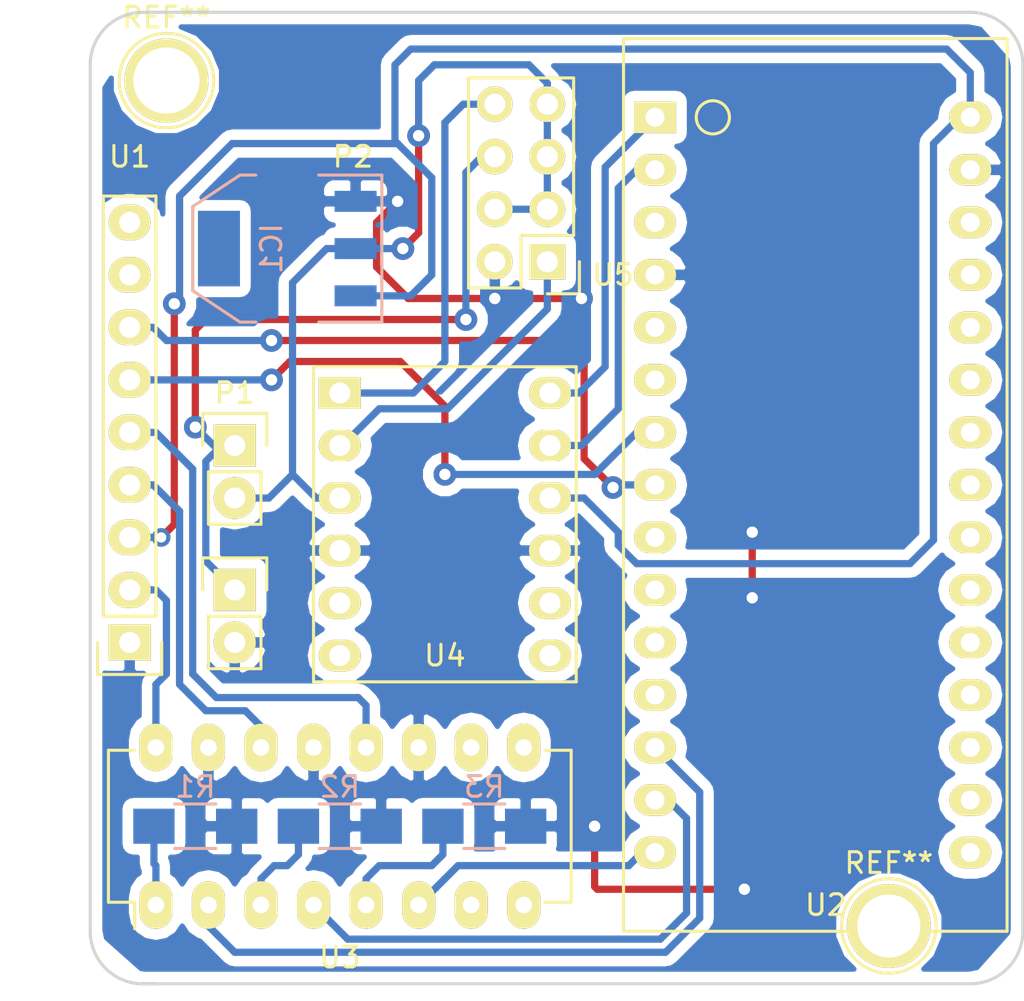
<source format=kicad_pcb>
(kicad_pcb (version 4) (host pcbnew 4.0.1-stable)

  (general
    (links 39)
    (no_connects 0)
    (area 115.121142 79.266 164.794001 128.102)
    (thickness 1.6)
    (drawings 9)
    (tracks 184)
    (zones 0)
    (modules 13)
    (nets 51)
  )

  (page USLetter)
  (layers
    (0 F.Cu signal)
    (31 B.Cu signal)
    (32 B.Adhes user)
    (33 F.Adhes user)
    (34 B.Paste user)
    (35 F.Paste user)
    (36 B.SilkS user)
    (37 F.SilkS user)
    (38 B.Mask user)
    (39 F.Mask user)
    (40 Dwgs.User user)
    (41 Cmts.User user)
    (42 Eco1.User user)
    (43 Eco2.User user)
    (44 Edge.Cuts user)
    (45 Margin user)
    (46 B.CrtYd user)
    (47 F.CrtYd user)
    (48 B.Fab user)
    (49 F.Fab user)
  )

  (setup
    (last_trace_width 0.25)
    (user_trace_width 0.25)
    (trace_clearance 0.2)
    (zone_clearance 0.508)
    (zone_45_only no)
    (trace_min 0.2)
    (segment_width 0.2)
    (edge_width 0.15)
    (via_size 0.6)
    (via_drill 0.4)
    (via_min_size 0.35)
    (via_min_drill 0.25)
    (user_via 0.9 0.5)
    (uvia_size 0.3)
    (uvia_drill 0.15)
    (uvias_allowed no)
    (uvia_min_size 0.2)
    (uvia_min_drill 0.1)
    (pcb_text_width 0.3)
    (pcb_text_size 1.5 1.5)
    (mod_edge_width 0.15)
    (mod_text_size 1 1)
    (mod_text_width 0.15)
    (pad_size 4.064 4.064)
    (pad_drill 3.2)
    (pad_to_mask_clearance 0.2)
    (aux_axis_origin 0 0)
    (visible_elements 7FFEFFFF)
    (pcbplotparams
      (layerselection 0x00030_80000001)
      (usegerberextensions false)
      (excludeedgelayer true)
      (linewidth 0.100000)
      (plotframeref false)
      (viasonmask false)
      (mode 1)
      (useauxorigin false)
      (hpglpennumber 1)
      (hpglpenspeed 20)
      (hpglpendiameter 15)
      (hpglpenoverlay 2)
      (psnegative false)
      (psa4output false)
      (plotreference true)
      (plotvalue true)
      (plotinvisibletext false)
      (padsonsilk false)
      (subtractmaskfromsilk false)
      (outputformat 1)
      (mirror false)
      (drillshape 1)
      (scaleselection 1)
      (outputdirectory ""))
  )

  (net 0 "")
  (net 1 "Net-(IC1-Pad4)")
  (net 2 3.3v)
  (net 3 +6V)
  (net 4 GND)
  (net 5 GPIO_0)
  (net 6 "Net-(R1-Pad1)")
  (net 7 "Net-(R2-Pad1)")
  (net 8 "Net-(R3-Pad1)")
  (net 9 ON_OFF_H)
  (net 10 TUNER_H)
  (net 11 CD_H)
  (net 12 M1)
  (net 13 M2)
  (net 14 "Net-(U1-Pad8)")
  (net 15 "Net-(U1-Pad9)")
  (net 16 TX_H)
  (net 17 RX_H)
  (net 18 "Net-(U2-Pad3)")
  (net 19 "Net-(U2-Pad5)")
  (net 20 "Net-(U2-Pad6)")
  (net 21 "Net-(U2-Pad9)")
  (net 22 "Net-(U2-Pad10)")
  (net 23 "Net-(U2-Pad11)")
  (net 24 "Net-(U2-Pad12)")
  (net 25 ON_OFF_L)
  (net 26 TUNER_L)
  (net 27 CD_L)
  (net 28 "Net-(U2-Pad16)")
  (net 29 "Net-(U2-Pad17)")
  (net 30 "Net-(U2-Pad18)")
  (net 31 "Net-(U2-Pad19)")
  (net 32 "Net-(U2-Pad20)")
  (net 33 "Net-(U2-Pad21)")
  (net 34 "Net-(U2-Pad22)")
  (net 35 "Net-(U2-Pad23)")
  (net 36 "Net-(U2-Pad24)")
  (net 37 "Net-(U2-Pad25)")
  (net 38 "Net-(U2-Pad26)")
  (net 39 "Net-(U2-Pad27)")
  (net 40 "Net-(U2-Pad28)")
  (net 41 "Net-(U3-Pad7)")
  (net 42 "Net-(U3-Pad8)")
  (net 43 "Net-(U3-Pad9)")
  (net 44 "Net-(U3-Pad10)")
  (net 45 RX_L)
  (net 46 TX_L)
  (net 47 "Net-(U4-Pad5)")
  (net 48 "Net-(U4-Pad6)")
  (net 49 "Net-(U4-Pad7)")
  (net 50 "Net-(U4-Pad8)")

  (net_class Default "This is the default net class."
    (clearance 0.2)
    (trace_width 0.25)
    (via_dia 0.6)
    (via_drill 0.4)
    (uvia_dia 0.3)
    (uvia_drill 0.15)
  )

  (net_class "Linea Gruesa" ""
    (clearance 0.2)
    (trace_width 0.35)
    (via_dia 1.1)
    (via_drill 0.55)
    (uvia_dia 0.7)
    (uvia_drill 0.4)
    (add_net +6V)
    (add_net 3.3v)
    (add_net CD_H)
    (add_net CD_L)
    (add_net GND)
    (add_net GPIO_0)
    (add_net M1)
    (add_net M2)
    (add_net "Net-(IC1-Pad4)")
    (add_net "Net-(R1-Pad1)")
    (add_net "Net-(R2-Pad1)")
    (add_net "Net-(R3-Pad1)")
    (add_net "Net-(U1-Pad8)")
    (add_net "Net-(U1-Pad9)")
    (add_net "Net-(U2-Pad10)")
    (add_net "Net-(U2-Pad11)")
    (add_net "Net-(U2-Pad12)")
    (add_net "Net-(U2-Pad16)")
    (add_net "Net-(U2-Pad17)")
    (add_net "Net-(U2-Pad18)")
    (add_net "Net-(U2-Pad19)")
    (add_net "Net-(U2-Pad20)")
    (add_net "Net-(U2-Pad21)")
    (add_net "Net-(U2-Pad22)")
    (add_net "Net-(U2-Pad23)")
    (add_net "Net-(U2-Pad24)")
    (add_net "Net-(U2-Pad25)")
    (add_net "Net-(U2-Pad26)")
    (add_net "Net-(U2-Pad27)")
    (add_net "Net-(U2-Pad28)")
    (add_net "Net-(U2-Pad3)")
    (add_net "Net-(U2-Pad5)")
    (add_net "Net-(U2-Pad6)")
    (add_net "Net-(U2-Pad9)")
    (add_net "Net-(U3-Pad10)")
    (add_net "Net-(U3-Pad7)")
    (add_net "Net-(U3-Pad8)")
    (add_net "Net-(U3-Pad9)")
    (add_net "Net-(U4-Pad5)")
    (add_net "Net-(U4-Pad6)")
    (add_net "Net-(U4-Pad7)")
    (add_net "Net-(U4-Pad8)")
    (add_net ON_OFF_H)
    (add_net ON_OFF_L)
    (add_net RX_H)
    (add_net RX_L)
    (add_net TUNER_H)
    (add_net TUNER_L)
    (add_net TX_H)
    (add_net TX_L)
  )

  (module MyArduinoNano:ard_nano_2x15 (layer F.Cu) (tedit 56D3B38C) (tstamp 56D3A7BA)
    (at 242.443 82.677)
    (path /56D28920)
    (solder_mask_margin 0.127)
    (clearance 0.127)
    (fp_text reference U2 (at 8.255 38.1) (layer F.SilkS)
      (effects (font (size 1 1) (thickness 0.15)))
    )
    (fp_text value ArduinoNano (at 7.62 19.05 270) (layer F.Fab)
      (effects (font (size 1 1) (thickness 0.15)))
    )
    (fp_circle (center 2.794 0) (end 3.556 0.254) (layer F.SilkS) (width 0.15))
    (fp_line (start -1.524 -3.81) (end -1.524 39.37) (layer F.SilkS) (width 0.15))
    (fp_line (start -1.524 39.37) (end 17.018 39.37) (layer F.SilkS) (width 0.15))
    (fp_line (start 17.018 39.37) (end 17.018 -3.81) (layer F.SilkS) (width 0.15))
    (fp_line (start 17.018 -3.81) (end -1.524 -3.81) (layer F.SilkS) (width 0.15))
    (pad 1 thru_hole rect (at 0 0) (size 2.032 1.524) (drill 0.9144) (layers *.Cu *.Mask F.SilkS)
      (net 16 TX_H) (clearance 0.1016))
    (pad 2 thru_hole oval (at 0 2.54) (size 2.032 1.524) (drill 0.9144) (layers *.Cu *.Mask F.SilkS)
      (net 17 RX_H))
    (pad 3 thru_hole oval (at 0 5.08) (size 2.032 1.524) (drill 0.9144) (layers *.Cu *.Mask F.SilkS)
      (net 18 "Net-(U2-Pad3)"))
    (pad 4 thru_hole oval (at 0 7.62) (size 2.032 1.524) (drill 0.9144) (layers *.Cu *.Mask F.SilkS)
      (net 4 GND))
    (pad 5 thru_hole oval (at 0 10.16) (size 2.032 1.524) (drill 0.9144) (layers *.Cu *.Mask F.SilkS)
      (net 19 "Net-(U2-Pad5)"))
    (pad 6 thru_hole oval (at 0 12.7) (size 2.032 1.524) (drill 0.9144) (layers *.Cu *.Mask F.SilkS)
      (net 20 "Net-(U2-Pad6)"))
    (pad 7 thru_hole oval (at 0 15.24) (size 2.032 1.524) (drill 0.9144) (layers *.Cu *.Mask F.SilkS)
      (net 12 M1))
    (pad 8 thru_hole oval (at 0 17.78) (size 2.032 1.524) (drill 0.9144) (layers *.Cu *.Mask F.SilkS)
      (net 13 M2))
    (pad 9 thru_hole oval (at 0 20.32) (size 2.032 1.524) (drill 0.9144) (layers *.Cu *.Mask F.SilkS)
      (net 21 "Net-(U2-Pad9)"))
    (pad 10 thru_hole oval (at 0 22.86) (size 2.032 1.524) (drill 0.9144) (layers *.Cu *.Mask F.SilkS)
      (net 22 "Net-(U2-Pad10)"))
    (pad 11 thru_hole oval (at 0 25.4) (size 2.032 1.524) (drill 0.9144) (layers *.Cu *.Mask F.SilkS)
      (net 23 "Net-(U2-Pad11)"))
    (pad 12 thru_hole oval (at 0 27.94) (size 2.032 1.524) (drill 0.9144) (layers *.Cu *.Mask F.SilkS)
      (net 24 "Net-(U2-Pad12)"))
    (pad 13 thru_hole oval (at 0 30.48) (size 2.032 1.524) (drill 0.9144) (layers *.Cu *.Mask F.SilkS)
      (net 25 ON_OFF_L))
    (pad 14 thru_hole oval (at 0 33.02) (size 2.032 1.524) (drill 0.9144) (layers *.Cu *.Mask F.SilkS)
      (net 26 TUNER_L))
    (pad 15 thru_hole oval (at 0 35.56) (size 2.032 1.524) (drill 0.9144) (layers *.Cu *.Mask F.SilkS)
      (net 27 CD_L))
    (pad 16 thru_hole oval (at 15.24 35.56) (size 2.032 1.524) (drill 0.9144) (layers *.Cu *.Mask F.SilkS)
      (net 28 "Net-(U2-Pad16)"))
    (pad 17 thru_hole oval (at 15.24 33.02) (size 2.032 1.524) (drill 0.9144) (layers *.Cu *.Mask F.SilkS)
      (net 29 "Net-(U2-Pad17)"))
    (pad 18 thru_hole oval (at 15.24 30.48) (size 2.032 1.524) (drill 0.9144) (layers *.Cu *.Mask F.SilkS)
      (net 30 "Net-(U2-Pad18)"))
    (pad 19 thru_hole oval (at 15.24 27.94) (size 2.032 1.524) (drill 0.9144) (layers *.Cu *.Mask F.SilkS)
      (net 31 "Net-(U2-Pad19)"))
    (pad 20 thru_hole oval (at 15.24 25.4) (size 2.032 1.524) (drill 0.9144) (layers *.Cu *.Mask F.SilkS)
      (net 32 "Net-(U2-Pad20)"))
    (pad 21 thru_hole oval (at 15.24 22.86) (size 2.032 1.524) (drill 0.9144) (layers *.Cu *.Mask F.SilkS)
      (net 33 "Net-(U2-Pad21)"))
    (pad 22 thru_hole oval (at 15.24 20.32) (size 2.032 1.524) (drill 0.9144) (layers *.Cu *.Mask F.SilkS)
      (net 34 "Net-(U2-Pad22)"))
    (pad 23 thru_hole oval (at 15.24 17.78) (size 2.032 1.524) (drill 0.9144) (layers *.Cu *.Mask F.SilkS)
      (net 35 "Net-(U2-Pad23)"))
    (pad 24 thru_hole oval (at 15.24 15.24) (size 2.032 1.524) (drill 0.9144) (layers *.Cu *.Mask F.SilkS)
      (net 36 "Net-(U2-Pad24)"))
    (pad 25 thru_hole oval (at 15.24 12.7) (size 2.032 1.524) (drill 0.9144) (layers *.Cu *.Mask F.SilkS)
      (net 37 "Net-(U2-Pad25)"))
    (pad 26 thru_hole oval (at 15.24 10.16) (size 2.032 1.524) (drill 0.9144) (layers *.Cu *.Mask F.SilkS)
      (net 38 "Net-(U2-Pad26)"))
    (pad 27 thru_hole oval (at 15.24 7.62) (size 2.032 1.524) (drill 0.9144) (layers *.Cu *.Mask F.SilkS)
      (net 39 "Net-(U2-Pad27)"))
    (pad 28 thru_hole oval (at 15.24 5.08) (size 2.032 1.524) (drill 0.9144) (layers *.Cu *.Mask F.SilkS)
      (net 40 "Net-(U2-Pad28)"))
    (pad 29 thru_hole oval (at 15.24 2.54) (size 2.032 1.524) (drill 0.9144) (layers *.Cu *.Mask F.SilkS)
      (net 4 GND))
    (pad 30 thru_hole oval (at 15.24 0) (size 2.032 1.524) (drill 0.9144) (layers *.Cu *.Mask F.SilkS)
      (net 3 +6V))
  )

  (module TO_SOT_Packages_SMD:SOT-223 (layer B.Cu) (tedit 0) (tstamp 56D3A76D)
    (at 224.663 89.027 270)
    (descr "module CMS SOT223 4 pins")
    (tags "CMS SOT")
    (path /56D284D7)
    (attr smd)
    (fp_text reference IC1 (at 0 0.762 270) (layer B.SilkS)
      (effects (font (size 1 1) (thickness 0.15)) (justify mirror))
    )
    (fp_text value LM1117 (at 0 -0.762 270) (layer B.Fab)
      (effects (font (size 1 1) (thickness 0.15)) (justify mirror))
    )
    (fp_line (start -3.556 -1.524) (end -3.556 -4.572) (layer B.SilkS) (width 0.15))
    (fp_line (start -3.556 -4.572) (end 3.556 -4.572) (layer B.SilkS) (width 0.15))
    (fp_line (start 3.556 -4.572) (end 3.556 -1.524) (layer B.SilkS) (width 0.15))
    (fp_line (start -3.556 1.524) (end -3.556 2.286) (layer B.SilkS) (width 0.15))
    (fp_line (start -3.556 2.286) (end -2.032 4.572) (layer B.SilkS) (width 0.15))
    (fp_line (start -2.032 4.572) (end 2.032 4.572) (layer B.SilkS) (width 0.15))
    (fp_line (start 2.032 4.572) (end 3.556 2.286) (layer B.SilkS) (width 0.15))
    (fp_line (start 3.556 2.286) (end 3.556 1.524) (layer B.SilkS) (width 0.15))
    (pad 4 smd rect (at 0 3.302 270) (size 3.6576 2.032) (layers B.Cu B.Paste B.Mask)
      (net 1 "Net-(IC1-Pad4)"))
    (pad 2 smd rect (at 0 -3.302 270) (size 1.016 2.032) (layers B.Cu B.Paste B.Mask)
      (net 2 3.3v))
    (pad 3 smd rect (at 2.286 -3.302 270) (size 1.016 2.032) (layers B.Cu B.Paste B.Mask)
      (net 3 +6V))
    (pad 1 smd rect (at -2.286 -3.302 270) (size 1.016 2.032) (layers B.Cu B.Paste B.Mask)
      (net 4 GND))
    (model TO_SOT_Packages_SMD.3dshapes/SOT-223.wrl
      (at (xyz 0 0 0))
      (scale (xyz 0.4 0.4 0.4))
      (rotate (xyz 0 0 0))
    )
  )

  (module Pin_Headers:Pin_Header_Straight_1x02 (layer F.Cu) (tedit 56D3B369) (tstamp 56D3A773)
    (at 222.123 105.537)
    (descr "Through hole pin header")
    (tags "pin header")
    (path /56D2D47B)
    (fp_text reference P1 (at 0 -9.525) (layer F.SilkS)
      (effects (font (size 1 1) (thickness 0.15)))
    )
    (fp_text value CONN_01X02 (at 2.54 0.635 90) (layer F.Fab)
      (effects (font (size 1 1) (thickness 0.15)))
    )
    (fp_line (start 1.27 1.27) (end 1.27 3.81) (layer F.SilkS) (width 0.15))
    (fp_line (start 1.55 -1.55) (end 1.55 0) (layer F.SilkS) (width 0.15))
    (fp_line (start -1.75 -1.75) (end -1.75 4.3) (layer F.CrtYd) (width 0.05))
    (fp_line (start 1.75 -1.75) (end 1.75 4.3) (layer F.CrtYd) (width 0.05))
    (fp_line (start -1.75 -1.75) (end 1.75 -1.75) (layer F.CrtYd) (width 0.05))
    (fp_line (start -1.75 4.3) (end 1.75 4.3) (layer F.CrtYd) (width 0.05))
    (fp_line (start 1.27 1.27) (end -1.27 1.27) (layer F.SilkS) (width 0.15))
    (fp_line (start -1.55 0) (end -1.55 -1.55) (layer F.SilkS) (width 0.15))
    (fp_line (start -1.55 -1.55) (end 1.55 -1.55) (layer F.SilkS) (width 0.15))
    (fp_line (start -1.27 1.27) (end -1.27 3.81) (layer F.SilkS) (width 0.15))
    (fp_line (start -1.27 3.81) (end 1.27 3.81) (layer F.SilkS) (width 0.15))
    (pad 1 thru_hole rect (at 0 0) (size 2.032 2.032) (drill 1.016) (layers *.Cu *.Mask F.SilkS)
      (net 5 GPIO_0))
    (pad 2 thru_hole oval (at 0 2.54) (size 2.032 2.032) (drill 1.016) (layers *.Cu *.Mask F.SilkS)
      (net 4 GND))
    (model Pin_Headers.3dshapes/Pin_Header_Straight_1x02.wrl
      (at (xyz 0 -0.05 0))
      (scale (xyz 1 1 1))
      (rotate (xyz 0 0 90))
    )
  )

  (module Pin_Headers:Pin_Header_Straight_1x02 (layer F.Cu) (tedit 56D3B3AA) (tstamp 56D3A779)
    (at 222.123 98.552)
    (descr "Through hole pin header")
    (tags "pin header")
    (path /56D2D4CA)
    (fp_text reference P2 (at 5.715 -13.97) (layer F.SilkS)
      (effects (font (size 1 1) (thickness 0.15)))
    )
    (fp_text value CONN_01X02 (at 2.54 0 90) (layer F.Fab)
      (effects (font (size 1 1) (thickness 0.15)))
    )
    (fp_line (start 1.27 1.27) (end 1.27 3.81) (layer F.SilkS) (width 0.15))
    (fp_line (start 1.55 -1.55) (end 1.55 0) (layer F.SilkS) (width 0.15))
    (fp_line (start -1.75 -1.75) (end -1.75 4.3) (layer F.CrtYd) (width 0.05))
    (fp_line (start 1.75 -1.75) (end 1.75 4.3) (layer F.CrtYd) (width 0.05))
    (fp_line (start -1.75 -1.75) (end 1.75 -1.75) (layer F.CrtYd) (width 0.05))
    (fp_line (start -1.75 4.3) (end 1.75 4.3) (layer F.CrtYd) (width 0.05))
    (fp_line (start 1.27 1.27) (end -1.27 1.27) (layer F.SilkS) (width 0.15))
    (fp_line (start -1.55 0) (end -1.55 -1.55) (layer F.SilkS) (width 0.15))
    (fp_line (start -1.55 -1.55) (end 1.55 -1.55) (layer F.SilkS) (width 0.15))
    (fp_line (start -1.27 1.27) (end -1.27 3.81) (layer F.SilkS) (width 0.15))
    (fp_line (start -1.27 3.81) (end 1.27 3.81) (layer F.SilkS) (width 0.15))
    (pad 1 thru_hole rect (at 0 0) (size 2.032 2.032) (drill 1.016) (layers *.Cu *.Mask F.SilkS)
      (net 5 GPIO_0))
    (pad 2 thru_hole oval (at 0 2.54) (size 2.032 2.032) (drill 1.016) (layers *.Cu *.Mask F.SilkS)
      (net 2 3.3v))
    (model Pin_Headers.3dshapes/Pin_Header_Straight_1x02.wrl
      (at (xyz 0 -0.05 0))
      (scale (xyz 1 1 1))
      (rotate (xyz 0 0 90))
    )
  )

  (module Resistors_SMD:R_1206_HandSoldering (layer B.Cu) (tedit 56D3B377) (tstamp 56D3A77F)
    (at 220.218 116.967)
    (descr "Resistor SMD 1206, hand soldering")
    (tags "resistor 1206")
    (path /56D2976D)
    (attr smd)
    (fp_text reference R1 (at 0 -1.905) (layer B.SilkS)
      (effects (font (size 1 1) (thickness 0.15)) (justify mirror))
    )
    (fp_text value R (at 0 -2.3) (layer B.Fab)
      (effects (font (size 1 1) (thickness 0.15)) (justify mirror))
    )
    (fp_line (start -3.3 1.2) (end 3.3 1.2) (layer B.CrtYd) (width 0.05))
    (fp_line (start -3.3 -1.2) (end 3.3 -1.2) (layer B.CrtYd) (width 0.05))
    (fp_line (start -3.3 1.2) (end -3.3 -1.2) (layer B.CrtYd) (width 0.05))
    (fp_line (start 3.3 1.2) (end 3.3 -1.2) (layer B.CrtYd) (width 0.05))
    (fp_line (start 1 -1.075) (end -1 -1.075) (layer B.SilkS) (width 0.15))
    (fp_line (start -1 1.075) (end 1 1.075) (layer B.SilkS) (width 0.15))
    (pad 1 smd rect (at -2 0) (size 2 1.7) (layers B.Cu B.Paste B.Mask)
      (net 6 "Net-(R1-Pad1)"))
    (pad 2 smd rect (at 2 0) (size 2 1.7) (layers B.Cu B.Paste B.Mask)
      (net 4 GND))
    (model Resistors_SMD.3dshapes/R_1206_HandSoldering.wrl
      (at (xyz 0 0 0))
      (scale (xyz 1 1 1))
      (rotate (xyz 0 0 0))
    )
  )

  (module Resistors_SMD:R_1206_HandSoldering (layer B.Cu) (tedit 56D3B37B) (tstamp 56D3A785)
    (at 227.203 116.967)
    (descr "Resistor SMD 1206, hand soldering")
    (tags "resistor 1206")
    (path /56D2989D)
    (attr smd)
    (fp_text reference R2 (at 0 -1.905) (layer B.SilkS)
      (effects (font (size 1 1) (thickness 0.15)) (justify mirror))
    )
    (fp_text value R (at 0 -2.3) (layer B.Fab)
      (effects (font (size 1 1) (thickness 0.15)) (justify mirror))
    )
    (fp_line (start -3.3 1.2) (end 3.3 1.2) (layer B.CrtYd) (width 0.05))
    (fp_line (start -3.3 -1.2) (end 3.3 -1.2) (layer B.CrtYd) (width 0.05))
    (fp_line (start -3.3 1.2) (end -3.3 -1.2) (layer B.CrtYd) (width 0.05))
    (fp_line (start 3.3 1.2) (end 3.3 -1.2) (layer B.CrtYd) (width 0.05))
    (fp_line (start 1 -1.075) (end -1 -1.075) (layer B.SilkS) (width 0.15))
    (fp_line (start -1 1.075) (end 1 1.075) (layer B.SilkS) (width 0.15))
    (pad 1 smd rect (at -2 0) (size 2 1.7) (layers B.Cu B.Paste B.Mask)
      (net 7 "Net-(R2-Pad1)"))
    (pad 2 smd rect (at 2 0) (size 2 1.7) (layers B.Cu B.Paste B.Mask)
      (net 4 GND))
    (model Resistors_SMD.3dshapes/R_1206_HandSoldering.wrl
      (at (xyz 0 0 0))
      (scale (xyz 1 1 1))
      (rotate (xyz 0 0 0))
    )
  )

  (module Resistors_SMD:R_1206_HandSoldering (layer B.Cu) (tedit 56D3B37E) (tstamp 56D3A78B)
    (at 234.188 116.967)
    (descr "Resistor SMD 1206, hand soldering")
    (tags "resistor 1206")
    (path /56D29905)
    (attr smd)
    (fp_text reference R3 (at 0 -1.905) (layer B.SilkS)
      (effects (font (size 1 1) (thickness 0.15)) (justify mirror))
    )
    (fp_text value R (at 0 -2.3) (layer B.Fab)
      (effects (font (size 1 1) (thickness 0.15)) (justify mirror))
    )
    (fp_line (start -3.3 1.2) (end 3.3 1.2) (layer B.CrtYd) (width 0.05))
    (fp_line (start -3.3 -1.2) (end 3.3 -1.2) (layer B.CrtYd) (width 0.05))
    (fp_line (start -3.3 1.2) (end -3.3 -1.2) (layer B.CrtYd) (width 0.05))
    (fp_line (start 3.3 1.2) (end 3.3 -1.2) (layer B.CrtYd) (width 0.05))
    (fp_line (start 1 -1.075) (end -1 -1.075) (layer B.SilkS) (width 0.15))
    (fp_line (start -1 1.075) (end 1 1.075) (layer B.SilkS) (width 0.15))
    (pad 1 smd rect (at -2 0) (size 2 1.7) (layers B.Cu B.Paste B.Mask)
      (net 8 "Net-(R3-Pad1)"))
    (pad 2 smd rect (at 2 0) (size 2 1.7) (layers B.Cu B.Paste B.Mask)
      (net 4 GND))
    (model Resistors_SMD.3dshapes/R_1206_HandSoldering.wrl
      (at (xyz 0 0 0))
      (scale (xyz 1 1 1))
      (rotate (xyz 0 0 0))
    )
  )

  (module Pin_Headers:Pin_Header_Straight_1x09 (layer F.Cu) (tedit 56D3B398) (tstamp 56D3A798)
    (at 217.043 108.077 180)
    (descr "Through hole pin header")
    (tags "pin header")
    (path /56D2879E)
    (fp_text reference U1 (at 0 23.495 180) (layer F.SilkS)
      (effects (font (size 1 1) (thickness 0.15)))
    )
    (fp_text value Connector_FM_Iv (at 0 -3.1 180) (layer F.Fab)
      (effects (font (size 1 1) (thickness 0.15)))
    )
    (fp_line (start -1.75 -1.75) (end -1.75 22.1) (layer F.CrtYd) (width 0.05))
    (fp_line (start 1.75 -1.75) (end 1.75 22.1) (layer F.CrtYd) (width 0.05))
    (fp_line (start -1.75 -1.75) (end 1.75 -1.75) (layer F.CrtYd) (width 0.05))
    (fp_line (start -1.75 22.1) (end 1.75 22.1) (layer F.CrtYd) (width 0.05))
    (fp_line (start 1.27 1.27) (end 1.27 21.59) (layer F.SilkS) (width 0.15))
    (fp_line (start 1.27 21.59) (end -1.27 21.59) (layer F.SilkS) (width 0.15))
    (fp_line (start -1.27 21.59) (end -1.27 1.27) (layer F.SilkS) (width 0.15))
    (fp_line (start 1.55 -1.55) (end 1.55 0) (layer F.SilkS) (width 0.15))
    (fp_line (start 1.27 1.27) (end -1.27 1.27) (layer F.SilkS) (width 0.15))
    (fp_line (start -1.55 0) (end -1.55 -1.55) (layer F.SilkS) (width 0.15))
    (fp_line (start -1.55 -1.55) (end 1.55 -1.55) (layer F.SilkS) (width 0.15))
    (pad 1 thru_hole rect (at 0 0 180) (size 2.032 1.7272) (drill 1.016) (layers *.Cu *.Mask F.SilkS)
      (net 4 GND))
    (pad 2 thru_hole oval (at 0 2.54 180) (size 2.032 1.7272) (drill 1.016) (layers *.Cu *.Mask F.SilkS)
      (net 9 ON_OFF_H))
    (pad 3 thru_hole oval (at 0 5.08 180) (size 2.032 1.7272) (drill 1.016) (layers *.Cu *.Mask F.SilkS)
      (net 3 +6V))
    (pad 4 thru_hole oval (at 0 7.62 180) (size 2.032 1.7272) (drill 1.016) (layers *.Cu *.Mask F.SilkS)
      (net 10 TUNER_H))
    (pad 5 thru_hole oval (at 0 10.16 180) (size 2.032 1.7272) (drill 1.016) (layers *.Cu *.Mask F.SilkS)
      (net 11 CD_H))
    (pad 6 thru_hole oval (at 0 12.7 180) (size 2.032 1.7272) (drill 1.016) (layers *.Cu *.Mask F.SilkS)
      (net 12 M1))
    (pad 7 thru_hole oval (at 0 15.24 180) (size 2.032 1.7272) (drill 1.016) (layers *.Cu *.Mask F.SilkS)
      (net 13 M2))
    (pad 8 thru_hole oval (at 0 17.78 180) (size 2.032 1.7272) (drill 1.016) (layers *.Cu *.Mask F.SilkS)
      (net 14 "Net-(U1-Pad8)"))
    (pad 9 thru_hole oval (at 0 20.32 180) (size 2.032 1.7272) (drill 1.016) (layers *.Cu *.Mask F.SilkS)
      (net 15 "Net-(U1-Pad9)"))
    (model Pin_Headers.3dshapes/Pin_Header_Straight_1x09.wrl
      (at (xyz 0 -0.4 0))
      (scale (xyz 1 1 1))
      (rotate (xyz 0 0 90))
    )
  )

  (module Housings_DIP:DIP-16_W7.62mm_LongPads (layer F.Cu) (tedit 56D3B385) (tstamp 56D3A7CE)
    (at 218.313 120.777 90)
    (descr "16-lead dip package, row spacing 7.62 mm (300 mils), longer pads")
    (tags "dil dip 2.54 300")
    (path /56C10DBC)
    (fp_text reference U3 (at -2.54 8.89 180) (layer F.SilkS)
      (effects (font (size 1 1) (thickness 0.15)))
    )
    (fp_text value PS2501a-4 (at 0 -3.72 90) (layer F.Fab)
      (effects (font (size 1 1) (thickness 0.15)))
    )
    (fp_line (start -1.4 -2.45) (end -1.4 20.25) (layer F.CrtYd) (width 0.05))
    (fp_line (start 9 -2.45) (end 9 20.25) (layer F.CrtYd) (width 0.05))
    (fp_line (start -1.4 -2.45) (end 9 -2.45) (layer F.CrtYd) (width 0.05))
    (fp_line (start -1.4 20.25) (end 9 20.25) (layer F.CrtYd) (width 0.05))
    (fp_line (start 0.135 -2.295) (end 0.135 -1.025) (layer F.SilkS) (width 0.15))
    (fp_line (start 7.485 -2.295) (end 7.485 -1.025) (layer F.SilkS) (width 0.15))
    (fp_line (start 7.485 20.075) (end 7.485 18.805) (layer F.SilkS) (width 0.15))
    (fp_line (start 0.135 20.075) (end 0.135 18.805) (layer F.SilkS) (width 0.15))
    (fp_line (start 0.135 -2.295) (end 7.485 -2.295) (layer F.SilkS) (width 0.15))
    (fp_line (start 0.135 20.075) (end 7.485 20.075) (layer F.SilkS) (width 0.15))
    (fp_line (start 0.135 -1.025) (end -1.15 -1.025) (layer F.SilkS) (width 0.15))
    (pad 1 thru_hole oval (at 0 0 90) (size 2.3 1.6) (drill 0.8) (layers *.Cu *.Mask F.SilkS)
      (net 6 "Net-(R1-Pad1)"))
    (pad 2 thru_hole oval (at 0 2.54 90) (size 2.3 1.6) (drill 0.8) (layers *.Cu *.Mask F.SilkS)
      (net 25 ON_OFF_L))
    (pad 3 thru_hole oval (at 0 5.08 90) (size 2.3 1.6) (drill 0.8) (layers *.Cu *.Mask F.SilkS)
      (net 7 "Net-(R2-Pad1)"))
    (pad 4 thru_hole oval (at 0 7.62 90) (size 2.3 1.6) (drill 0.8) (layers *.Cu *.Mask F.SilkS)
      (net 26 TUNER_L))
    (pad 5 thru_hole oval (at 0 10.16 90) (size 2.3 1.6) (drill 0.8) (layers *.Cu *.Mask F.SilkS)
      (net 8 "Net-(R3-Pad1)"))
    (pad 6 thru_hole oval (at 0 12.7 90) (size 2.3 1.6) (drill 0.8) (layers *.Cu *.Mask F.SilkS)
      (net 27 CD_L))
    (pad 7 thru_hole oval (at 0 15.24 90) (size 2.3 1.6) (drill 0.8) (layers *.Cu *.Mask F.SilkS)
      (net 41 "Net-(U3-Pad7)"))
    (pad 8 thru_hole oval (at 0 17.78 90) (size 2.3 1.6) (drill 0.8) (layers *.Cu *.Mask F.SilkS)
      (net 42 "Net-(U3-Pad8)"))
    (pad 9 thru_hole oval (at 7.62 17.78 90) (size 2.3 1.6) (drill 0.8) (layers *.Cu *.Mask F.SilkS)
      (net 43 "Net-(U3-Pad9)"))
    (pad 10 thru_hole oval (at 7.62 15.24 90) (size 2.3 1.6) (drill 0.8) (layers *.Cu *.Mask F.SilkS)
      (net 44 "Net-(U3-Pad10)"))
    (pad 11 thru_hole oval (at 7.62 12.7 90) (size 2.3 1.6) (drill 0.8) (layers *.Cu *.Mask F.SilkS)
      (net 4 GND))
    (pad 12 thru_hole oval (at 7.62 10.16 90) (size 2.3 1.6) (drill 0.8) (layers *.Cu *.Mask F.SilkS)
      (net 11 CD_H))
    (pad 13 thru_hole oval (at 7.62 7.62 90) (size 2.3 1.6) (drill 0.8) (layers *.Cu *.Mask F.SilkS)
      (net 4 GND))
    (pad 14 thru_hole oval (at 7.62 5.08 90) (size 2.3 1.6) (drill 0.8) (layers *.Cu *.Mask F.SilkS)
      (net 10 TUNER_H))
    (pad 15 thru_hole oval (at 7.62 2.54 90) (size 2.3 1.6) (drill 0.8) (layers *.Cu *.Mask F.SilkS)
      (net 4 GND))
    (pad 16 thru_hole oval (at 7.62 0 90) (size 2.3 1.6) (drill 0.8) (layers *.Cu *.Mask F.SilkS)
      (net 9 ON_OFF_H))
    (model Housings_DIP.3dshapes/DIP-16_W7.62mm_LongPads.wrl
      (at (xyz 0 0 0))
      (scale (xyz 1 1 1))
      (rotate (xyz 0 0 0))
    )
  )

  (module level_converter:level_converter (layer F.Cu) (tedit 56D3B3B0) (tstamp 56D3A7DE)
    (at 227.203 96.012)
    (path /56D2896F)
    (solder_mask_margin 0.127)
    (clearance 0.127)
    (fp_text reference U4 (at 5.08 12.7) (layer F.SilkS)
      (effects (font (size 1 1) (thickness 0.15)))
    )
    (fp_text value 5VTO3V3 (at 5.08 6.35 270) (layer F.Fab)
      (effects (font (size 1 1) (thickness 0.15)))
    )
    (fp_line (start -1.27 13.97) (end 11.43 13.97) (layer F.SilkS) (width 0.15))
    (fp_line (start 11.43 13.97) (end 11.43 -1.27) (layer F.SilkS) (width 0.15))
    (fp_line (start 11.43 -1.27) (end -1.27 -1.27) (layer F.SilkS) (width 0.15))
    (fp_line (start -1.27 -1.27) (end -1.27 13.97) (layer F.SilkS) (width 0.15))
    (pad 1 thru_hole rect (at 0 0) (size 2.032 1.524) (drill 1.016) (layers *.Cu *.Mask F.SilkS)
      (net 45 RX_L) (solder_mask_margin 0.127) (clearance 0.127))
    (pad 2 thru_hole oval (at 0 2.54) (size 2.032 1.524) (drill 1.016) (layers *.Cu *.Mask F.SilkS)
      (net 46 TX_L))
    (pad 3 thru_hole oval (at 0 5.08) (size 2.032 1.524) (drill 1.016) (layers *.Cu *.Mask F.SilkS)
      (net 2 3.3v))
    (pad 4 thru_hole oval (at 0 7.62) (size 2.032 1.524) (drill 1.016) (layers *.Cu *.Mask F.SilkS)
      (net 4 GND))
    (pad 5 thru_hole oval (at 0 10.16) (size 2.032 1.524) (drill 1.016) (layers *.Cu *.Mask F.SilkS)
      (net 47 "Net-(U4-Pad5)"))
    (pad 6 thru_hole oval (at 0 12.7) (size 2.032 1.524) (drill 1.016) (layers *.Cu *.Mask F.SilkS)
      (net 48 "Net-(U4-Pad6)"))
    (pad 7 thru_hole oval (at 10.16 12.7) (size 2.032 1.524) (drill 1.016) (layers *.Cu *.Mask F.SilkS)
      (net 49 "Net-(U4-Pad7)"))
    (pad 8 thru_hole oval (at 10.16 10.16) (size 2.032 1.524) (drill 1.016) (layers *.Cu *.Mask F.SilkS)
      (net 50 "Net-(U4-Pad8)"))
    (pad 9 thru_hole oval (at 10.16 7.62) (size 2.032 1.524) (drill 1.016) (layers *.Cu *.Mask F.SilkS)
      (net 4 GND))
    (pad 10 thru_hole oval (at 10.16 5.08) (size 2.032 1.524) (drill 1.016) (layers *.Cu *.Mask F.SilkS)
      (net 3 +6V))
    (pad 11 thru_hole oval (at 10.16 2.54) (size 2.032 1.524) (drill 1.016) (layers *.Cu *.Mask F.SilkS)
      (net 17 RX_H))
    (pad 12 thru_hole oval (at 10.16 0) (size 2.032 1.524) (drill 1.016) (layers *.Cu *.Mask F.SilkS)
      (net 16 TX_H))
  )

  (module Pin_Headers:Pin_Header_Straight_2x04 (layer F.Cu) (tedit 56D3B39F) (tstamp 56D3A7EA)
    (at 237.236 89.662 180)
    (descr "Through hole pin header")
    (tags "pin header")
    (path /56D31808)
    (fp_text reference U5 (at -3.175 -0.635 180) (layer F.SilkS)
      (effects (font (size 1 1) (thickness 0.15)))
    )
    (fp_text value ESP8266 (at -3.175 1.27 270) (layer F.Fab)
      (effects (font (size 1 1) (thickness 0.15)))
    )
    (fp_line (start -1.75 -1.75) (end -1.75 9.4) (layer F.CrtYd) (width 0.05))
    (fp_line (start 4.3 -1.75) (end 4.3 9.4) (layer F.CrtYd) (width 0.05))
    (fp_line (start -1.75 -1.75) (end 4.3 -1.75) (layer F.CrtYd) (width 0.05))
    (fp_line (start -1.75 9.4) (end 4.3 9.4) (layer F.CrtYd) (width 0.05))
    (fp_line (start -1.27 1.27) (end -1.27 8.89) (layer F.SilkS) (width 0.15))
    (fp_line (start -1.27 8.89) (end 3.81 8.89) (layer F.SilkS) (width 0.15))
    (fp_line (start 3.81 8.89) (end 3.81 -1.27) (layer F.SilkS) (width 0.15))
    (fp_line (start 3.81 -1.27) (end 1.27 -1.27) (layer F.SilkS) (width 0.15))
    (fp_line (start 0 -1.55) (end -1.55 -1.55) (layer F.SilkS) (width 0.15))
    (fp_line (start 1.27 -1.27) (end 1.27 1.27) (layer F.SilkS) (width 0.15))
    (fp_line (start 1.27 1.27) (end -1.27 1.27) (layer F.SilkS) (width 0.15))
    (fp_line (start -1.55 -1.55) (end -1.55 0) (layer F.SilkS) (width 0.15))
    (pad 1 thru_hole rect (at 0 0 180) (size 1.7272 1.7272) (drill 1.016) (layers *.Cu *.Mask F.SilkS)
      (net 46 TX_L))
    (pad 2 thru_hole oval (at 2.54 0 180) (size 1.7272 1.7272) (drill 1.016) (layers *.Cu *.Mask F.SilkS)
      (net 4 GND))
    (pad 3 thru_hole oval (at 0 2.54 180) (size 1.7272 1.7272) (drill 1.016) (layers *.Cu *.Mask F.SilkS)
      (net 2 3.3v))
    (pad 4 thru_hole oval (at 2.54 2.54 180) (size 1.7272 1.7272) (drill 1.016) (layers *.Cu *.Mask F.SilkS)
      (net 2 3.3v))
    (pad 5 thru_hole oval (at 0 5.08 180) (size 1.7272 1.7272) (drill 1.016) (layers *.Cu *.Mask F.SilkS)
      (net 2 3.3v))
    (pad 6 thru_hole oval (at 2.54 5.08 180) (size 1.7272 1.7272) (drill 1.016) (layers *.Cu *.Mask F.SilkS)
      (net 5 GPIO_0))
    (pad 7 thru_hole oval (at 0 7.62 180) (size 1.7272 1.7272) (drill 1.016) (layers *.Cu *.Mask F.SilkS)
      (net 2 3.3v))
    (pad 8 thru_hole oval (at 2.54 7.62 180) (size 1.7272 1.7272) (drill 1.016) (layers *.Cu *.Mask F.SilkS)
      (net 45 RX_L))
    (model Pin_Headers.3dshapes/Pin_Header_Straight_2x04.wrl
      (at (xyz 0.05 -0.15 0))
      (scale (xyz 1 1 1))
      (rotate (xyz 0 0 90))
    )
  )

  (module Connect:1pin (layer F.Cu) (tedit 56DBC552) (tstamp 56D5355B)
    (at 218.821 80.899)
    (descr "module 1 pin (ou trou mecanique de percage)")
    (tags DEV)
    (fp_text reference REF** (at 0 -3.048) (layer F.SilkS)
      (effects (font (size 1 1) (thickness 0.15)))
    )
    (fp_text value 1pin (at 0 2.794) (layer F.Fab)
      (effects (font (size 1 1) (thickness 0.15)))
    )
    (fp_circle (center 0 0) (end 0 -2.286) (layer F.SilkS) (width 0.15))
    (pad 1 thru_hole circle (at 0 0) (size 4.064 4.064) (drill 3.2) (layers *.Cu *.Mask F.SilkS))
  )

  (module Connect:1pin (layer F.Cu) (tedit 0) (tstamp 56D535D4)
    (at 253.746 121.793)
    (descr "module 1 pin (ou trou mecanique de percage)")
    (tags DEV)
    (fp_text reference REF** (at 0 -3.048) (layer F.SilkS)
      (effects (font (size 1 1) (thickness 0.15)))
    )
    (fp_text value 1pin (at 0 2.794) (layer F.Fab)
      (effects (font (size 1 1) (thickness 0.15)))
    )
    (fp_circle (center 0 0) (end 0 -2.286) (layer F.SilkS) (width 0.15))
    (pad 1 thru_hole circle (at 0 0) (size 4.064 4.064) (drill 3.048) (layers *.Cu *.Mask F.SilkS))
  )

  (gr_arc (start 217.678 80.137) (end 215.138 80.137) (angle 90) (layer Edge.Cuts) (width 0.15))
  (gr_arc (start 257.683 80.137) (end 257.683 77.597) (angle 90) (layer Edge.Cuts) (width 0.15))
  (gr_arc (start 217.678 122.047) (end 217.678 124.587) (angle 90) (layer Edge.Cuts) (width 0.15))
  (gr_arc (start 257.683 122.047) (end 260.223 122.047) (angle 90) (layer Edge.Cuts) (width 0.15))
  (gr_line (start 260.223 80.137) (end 260.223 122.047) (angle 90) (layer Edge.Cuts) (width 0.15))
  (gr_line (start 217.678 77.597) (end 257.683 77.597) (angle 90) (layer Edge.Cuts) (width 0.15))
  (gr_line (start 215.138 122.047) (end 215.138 80.137) (angle 90) (layer Edge.Cuts) (width 0.15))
  (gr_line (start 217.678 124.587) (end 218.313 124.587) (angle 90) (layer Edge.Cuts) (width 0.15))
  (gr_line (start 257.683 124.587) (end 217.678 124.587) (angle 90) (layer Edge.Cuts) (width 0.15))

  (segment (start 237.236 84.582) (end 237.236 82.042) (width 0.35) (layer B.Cu) (net 2))
  (segment (start 237.236 87.122) (end 237.236 84.582) (width 0.35) (layer B.Cu) (net 2))
  (segment (start 234.696 87.122) (end 237.236 87.122) (width 0.35) (layer B.Cu) (net 2))
  (segment (start 227.965 89.027) (end 230.251 89.027) (width 0.35) (layer B.Cu) (net 2))
  (via (at 230.251 89.027) (size 1.1) (drill 0.55) (layers F.Cu B.Cu) (net 2))
  (segment (start 230.251 89.027) (end 231.013 88.265) (width 0.35) (layer F.Cu) (net 2) (tstamp 56D52FF3))
  (segment (start 231.013 88.265) (end 231.013 83.566) (width 0.35) (layer F.Cu) (net 2) (tstamp 56D52FF4))
  (via (at 231.013 83.566) (size 1.1) (drill 0.55) (layers F.Cu B.Cu) (net 2))
  (segment (start 231.013 83.566) (end 231.013 80.899) (width 0.35) (layer B.Cu) (net 2) (tstamp 56D52FFE))
  (segment (start 231.013 80.899) (end 231.775 80.137) (width 0.35) (layer B.Cu) (net 2) (tstamp 56D52FFF))
  (segment (start 231.775 80.137) (end 236.347 80.137) (width 0.35) (layer B.Cu) (net 2) (tstamp 56D53000))
  (segment (start 236.347 80.137) (end 237.236 81.026) (width 0.35) (layer B.Cu) (net 2) (tstamp 56D53004))
  (segment (start 237.236 81.026) (end 237.236 82.042) (width 0.35) (layer B.Cu) (net 2) (tstamp 56D53007))
  (segment (start 222.123 101.092) (end 223.774 101.092) (width 0.35) (layer B.Cu) (net 2))
  (segment (start 223.774 101.092) (end 224.917 99.949) (width 0.35) (layer B.Cu) (net 2) (tstamp 56D3BEFA))
  (segment (start 227.203 101.092) (end 226.06 101.092) (width 0.35) (layer B.Cu) (net 2))
  (segment (start 226.568 89.027) (end 227.965 89.027) (width 0.35) (layer B.Cu) (net 2) (tstamp 56D3BED7))
  (segment (start 224.917 90.678) (end 226.568 89.027) (width 0.35) (layer B.Cu) (net 2) (tstamp 56D3BED1))
  (segment (start 224.917 99.949) (end 224.917 90.678) (width 0.35) (layer B.Cu) (net 2) (tstamp 56D3BECD))
  (segment (start 226.06 101.092) (end 224.917 99.949) (width 0.35) (layer B.Cu) (net 2) (tstamp 56D3BEC5))
  (segment (start 217.043 102.997) (end 218.567 102.997) (width 0.35) (layer B.Cu) (net 3))
  (segment (start 221.996 83.947) (end 229.997 83.947) (width 0.35) (layer B.Cu) (net 3) (tstamp 56DBD53A))
  (segment (start 219.456 86.487) (end 221.996 83.947) (width 0.35) (layer B.Cu) (net 3) (tstamp 56DBD533))
  (segment (start 219.456 91.44) (end 219.456 86.487) (width 0.35) (layer B.Cu) (net 3) (tstamp 56DBD52F))
  (segment (start 219.202 91.694) (end 219.456 91.44) (width 0.35) (layer B.Cu) (net 3) (tstamp 56DBD52E))
  (via (at 219.202 91.694) (size 1.1) (drill 0.55) (layers F.Cu B.Cu) (net 3))
  (segment (start 219.202 102.362) (end 219.202 91.694) (width 0.35) (layer F.Cu) (net 3) (tstamp 56DBD512))
  (segment (start 218.567 102.997) (end 219.202 102.362) (width 0.35) (layer F.Cu) (net 3) (tstamp 56DBD511))
  (via (at 218.567 102.997) (size 0.9) (drill 0.5) (layers F.Cu B.Cu) (net 3))
  (segment (start 227.965 91.313) (end 230.632 91.313) (width 0.35) (layer B.Cu) (net 3))
  (segment (start 231.648 85.598) (end 229.997 83.947) (width 0.35) (layer B.Cu) (net 3) (tstamp 56D3C64D))
  (segment (start 229.997 83.947) (end 229.87 83.82) (width 0.35) (layer B.Cu) (net 3) (tstamp 56DBD541))
  (segment (start 231.648 90.297) (end 231.648 85.598) (width 0.35) (layer B.Cu) (net 3) (tstamp 56D3C649))
  (segment (start 230.632 91.313) (end 231.648 90.297) (width 0.35) (layer B.Cu) (net 3) (tstamp 56D3C648))
  (segment (start 257.683 80.518) (end 257.683 82.677) (width 0.35) (layer B.Cu) (net 3) (tstamp 56D3C225))
  (segment (start 256.54 79.375) (end 257.683 80.518) (width 0.35) (layer B.Cu) (net 3) (tstamp 56D3C220))
  (segment (start 230.632 79.375) (end 256.54 79.375) (width 0.35) (layer B.Cu) (net 3) (tstamp 56D3C217))
  (segment (start 229.87 80.137) (end 230.632 79.375) (width 0.35) (layer B.Cu) (net 3) (tstamp 56D3C211))
  (segment (start 229.87 83.82) (end 229.87 80.137) (width 0.35) (layer B.Cu) (net 3) (tstamp 56D3C20B))
  (segment (start 237.363 101.092) (end 239.014 101.092) (width 0.35) (layer B.Cu) (net 3))
  (segment (start 255.905 83.947) (end 257.175 82.677) (width 0.35) (layer B.Cu) (net 3) (tstamp 56D3BA98))
  (segment (start 255.905 103.124) (end 255.905 83.947) (width 0.35) (layer B.Cu) (net 3) (tstamp 56D3BA95))
  (segment (start 254.762 104.267) (end 255.905 103.124) (width 0.35) (layer B.Cu) (net 3) (tstamp 56D3BA8E))
  (segment (start 241.554 104.267) (end 254.762 104.267) (width 0.35) (layer B.Cu) (net 3) (tstamp 56D3BA88))
  (segment (start 240.665 103.378) (end 241.554 104.267) (width 0.35) (layer B.Cu) (net 3) (tstamp 56D3BA86))
  (segment (start 240.665 102.743) (end 240.665 103.378) (width 0.35) (layer B.Cu) (net 3) (tstamp 56D3BA83))
  (segment (start 239.014 101.092) (end 240.665 102.743) (width 0.35) (layer B.Cu) (net 3) (tstamp 56D3BA7E))
  (segment (start 257.175 82.677) (end 257.683 82.677) (width 0.35) (layer B.Cu) (net 3) (tstamp 56D3BA9C))
  (segment (start 234.696 91.44) (end 238.887 91.44) (width 0.35) (layer F.Cu) (net 4))
  (via (at 238.887 91.44) (size 1.1) (drill 0.55) (layers F.Cu B.Cu) (net 4))
  (segment (start 227.965 86.741) (end 229.997 86.741) (width 0.35) (layer B.Cu) (net 4) (status 400000))
  (segment (start 234.696 91.44) (end 234.696 89.662) (width 0.35) (layer B.Cu) (net 4) (tstamp 56DBDFA3) (status 800000))
  (via (at 234.696 91.44) (size 1.1) (drill 0.55) (layers F.Cu B.Cu) (net 4))
  (segment (start 230.505 91.44) (end 234.696 91.44) (width 0.35) (layer F.Cu) (net 4) (tstamp 56DBDF9B))
  (segment (start 228.981 89.916) (end 230.505 91.44) (width 0.35) (layer F.Cu) (net 4) (tstamp 56DBDF93))
  (segment (start 228.981 87.757) (end 228.981 89.916) (width 0.35) (layer F.Cu) (net 4) (tstamp 56DBDF83))
  (segment (start 229.997 86.741) (end 228.981 87.757) (width 0.35) (layer F.Cu) (net 4) (tstamp 56DBDF82))
  (via (at 229.997 86.741) (size 1.1) (drill 0.55) (layers F.Cu B.Cu) (net 4))
  (segment (start 236.188 116.967) (end 239.522 116.967) (width 0.35) (layer B.Cu) (net 4) (status 400000))
  (via (at 246.761 120.015) (size 1.1) (drill 0.55) (layers F.Cu B.Cu) (net 4))
  (segment (start 246.761 120.015) (end 247.142 119.634) (width 0.35) (layer B.Cu) (net 4) (tstamp 56D52959))
  (segment (start 247.142 119.634) (end 247.142 105.918) (width 0.35) (layer B.Cu) (net 4) (tstamp 56D5295A))
  (via (at 247.142 105.918) (size 1.1) (drill 0.55) (layers F.Cu B.Cu) (net 4))
  (segment (start 247.142 105.918) (end 247.142 102.743) (width 0.35) (layer F.Cu) (net 4) (tstamp 56D52964))
  (via (at 247.142 102.743) (size 1.1) (drill 0.55) (layers F.Cu B.Cu) (net 4))
  (segment (start 247.142 102.743) (end 247.142 100.838) (width 0.35) (layer B.Cu) (net 4) (tstamp 56D5296A))
  (segment (start 247.142 100.838) (end 247.142 91.821) (width 0.35) (layer B.Cu) (net 4) (tstamp 56D5296B))
  (segment (start 247.142 91.821) (end 245.618 90.297) (width 0.35) (layer B.Cu) (net 4) (tstamp 56D52986))
  (segment (start 245.618 90.297) (end 242.443 90.297) (width 0.35) (layer B.Cu) (net 4) (tstamp 56D5298C))
  (segment (start 239.649 120.015) (end 246.761 120.015) (width 0.35) (layer F.Cu) (net 4) (tstamp 56DBDE62))
  (segment (start 239.522 119.888) (end 239.649 120.015) (width 0.35) (layer F.Cu) (net 4) (tstamp 56DBDE58))
  (segment (start 239.522 116.967) (end 239.522 119.888) (width 0.35) (layer F.Cu) (net 4) (tstamp 56DBDE57))
  (via (at 239.522 116.967) (size 1.1) (drill 0.55) (layers F.Cu B.Cu) (net 4))
  (segment (start 228.854 86.741) (end 227.965 86.741) (width 0.35) (layer B.Cu) (net 4) (tstamp 56D5310E))
  (segment (start 234.696 84.582) (end 234.061 84.582) (width 0.35) (layer B.Cu) (net 5) (status C00000))
  (segment (start 234.061 84.582) (end 233.299 85.344) (width 0.35) (layer B.Cu) (net 5) (tstamp 56DBE055) (status 400000))
  (segment (start 233.299 85.344) (end 233.299 92.456) (width 0.35) (layer B.Cu) (net 5) (tstamp 56DBE064))
  (via (at 233.299 92.456) (size 1.1) (drill 0.55) (layers F.Cu B.Cu) (net 5))
  (segment (start 233.299 92.456) (end 220.726 92.456) (width 0.35) (layer F.Cu) (net 5) (tstamp 56DBE089))
  (segment (start 220.726 92.456) (end 220.218 92.964) (width 0.35) (layer F.Cu) (net 5) (tstamp 56DBE08A))
  (segment (start 220.218 92.964) (end 220.218 97.663) (width 0.35) (layer F.Cu) (net 5) (tstamp 56DBE0B1))
  (via (at 220.218 97.663) (size 1.1) (drill 0.55) (layers F.Cu B.Cu) (net 5))
  (segment (start 220.218 97.663) (end 221.107 98.552) (width 0.35) (layer B.Cu) (net 5) (tstamp 56DBE0BC) (status 800000))
  (segment (start 221.107 98.552) (end 222.123 98.552) (width 0.35) (layer B.Cu) (net 5) (tstamp 56DBE0BD) (status C00000))
  (segment (start 221.869 98.552) (end 222.123 98.552) (width 0.35) (layer B.Cu) (net 5) (tstamp 56D52F87))
  (segment (start 222.123 98.552) (end 222.123 98.171) (width 0.35) (layer B.Cu) (net 5))
  (segment (start 222.123 98.552) (end 221.488 98.552) (width 0.35) (layer B.Cu) (net 5))
  (segment (start 221.488 98.552) (end 220.726 99.314) (width 0.35) (layer B.Cu) (net 5) (tstamp 56D3BE88))
  (segment (start 220.726 99.314) (end 220.726 104.14) (width 0.35) (layer B.Cu) (net 5) (tstamp 56D3BE8A))
  (segment (start 220.726 104.14) (end 222.123 105.537) (width 0.35) (layer B.Cu) (net 5) (tstamp 56D3BE8E))
  (segment (start 218.218 116.967) (end 218.218 118.777) (width 0.35) (layer B.Cu) (net 6))
  (segment (start 218.313 118.872) (end 218.313 120.777) (width 0.35) (layer B.Cu) (net 6) (tstamp 56D3B8F9))
  (segment (start 218.218 118.777) (end 218.313 118.872) (width 0.35) (layer B.Cu) (net 6) (tstamp 56D3B8F0))
  (segment (start 218.218 120.682) (end 218.313 120.777) (width 0.25) (layer B.Cu) (net 6) (tstamp 56D3B6AD))
  (segment (start 225.203 116.967) (end 225.203 118.332) (width 0.35) (layer B.Cu) (net 7))
  (segment (start 223.393 119.507) (end 223.393 120.777) (width 0.35) (layer B.Cu) (net 7) (tstamp 56D3B8DE))
  (segment (start 224.028 118.872) (end 223.393 119.507) (width 0.35) (layer B.Cu) (net 7) (tstamp 56D3B8DB))
  (segment (start 224.663 118.872) (end 224.028 118.872) (width 0.35) (layer B.Cu) (net 7) (tstamp 56D3B8DA))
  (segment (start 225.203 118.332) (end 224.663 118.872) (width 0.35) (layer B.Cu) (net 7) (tstamp 56D3B8D8))
  (segment (start 232.188 116.967) (end 232.188 118.332) (width 0.35) (layer B.Cu) (net 8))
  (segment (start 228.473 119.507) (end 228.473 120.777) (width 0.35) (layer B.Cu) (net 8) (tstamp 56D3B90B))
  (segment (start 229.108 118.872) (end 228.473 119.507) (width 0.35) (layer B.Cu) (net 8) (tstamp 56D3B90A))
  (segment (start 231.648 118.872) (end 229.108 118.872) (width 0.35) (layer B.Cu) (net 8) (tstamp 56D3B907))
  (segment (start 232.188 118.332) (end 231.648 118.872) (width 0.35) (layer B.Cu) (net 8) (tstamp 56D3B903))
  (segment (start 217.043 105.537) (end 218.313 105.537) (width 0.35) (layer B.Cu) (net 9))
  (segment (start 218.313 110.109) (end 218.313 113.157) (width 0.35) (layer B.Cu) (net 9) (tstamp 56D3B9BA))
  (segment (start 218.821 109.601) (end 218.313 110.109) (width 0.35) (layer B.Cu) (net 9) (tstamp 56D3B9B7))
  (segment (start 218.821 106.045) (end 218.821 109.601) (width 0.35) (layer B.Cu) (net 9) (tstamp 56D3B9B3))
  (segment (start 218.313 105.537) (end 218.821 106.045) (width 0.35) (layer B.Cu) (net 9) (tstamp 56D3B9AF))
  (segment (start 217.043 100.457) (end 218.186 100.457) (width 0.35) (layer B.Cu) (net 10))
  (segment (start 222.631 111.379) (end 223.393 112.141) (width 0.35) (layer B.Cu) (net 10) (tstamp 56D3BADE))
  (segment (start 220.726 111.379) (end 222.631 111.379) (width 0.35) (layer B.Cu) (net 10) (tstamp 56D3BADA))
  (segment (start 219.456 110.109) (end 220.726 111.379) (width 0.35) (layer B.Cu) (net 10) (tstamp 56D3BAD7))
  (segment (start 219.456 101.727) (end 219.456 110.109) (width 0.35) (layer B.Cu) (net 10) (tstamp 56D3BACD))
  (segment (start 218.186 100.457) (end 219.456 101.727) (width 0.35) (layer B.Cu) (net 10) (tstamp 56D3BAC4))
  (segment (start 223.393 112.141) (end 223.393 113.157) (width 0.35) (layer B.Cu) (net 10) (tstamp 56D3BAE3))
  (segment (start 228.473 113.157) (end 228.473 111.125) (width 0.35) (layer B.Cu) (net 11))
  (segment (start 218.313 97.917) (end 217.043 97.917) (width 0.35) (layer B.Cu) (net 11) (tstamp 56D3BB09))
  (segment (start 220.091 99.695) (end 218.313 97.917) (width 0.35) (layer B.Cu) (net 11) (tstamp 56D3BB02))
  (segment (start 220.091 109.601) (end 220.091 99.695) (width 0.35) (layer B.Cu) (net 11) (tstamp 56D3BAF8))
  (segment (start 221.234 110.744) (end 220.091 109.601) (width 0.35) (layer B.Cu) (net 11) (tstamp 56D3BAF6))
  (segment (start 228.092 110.744) (end 221.234 110.744) (width 0.35) (layer B.Cu) (net 11) (tstamp 56D3BAF1))
  (segment (start 228.473 111.125) (end 228.092 110.744) (width 0.35) (layer B.Cu) (net 11) (tstamp 56D3BAEF))
  (segment (start 217.043 95.377) (end 223.901 95.377) (width 0.35) (layer B.Cu) (net 12) (status 400000))
  (segment (start 239.522 99.949) (end 241.554 97.917) (width 0.35) (layer B.Cu) (net 12) (tstamp 56DBE248) (status 800000))
  (segment (start 232.283 99.949) (end 239.522 99.949) (width 0.35) (layer B.Cu) (net 12) (tstamp 56DBE247))
  (via (at 232.283 99.949) (size 1.1) (drill 0.55) (layers F.Cu B.Cu) (net 12))
  (segment (start 232.283 96.647) (end 232.283 99.949) (width 0.35) (layer F.Cu) (net 12) (tstamp 56DBE235))
  (segment (start 230.124 94.488) (end 232.283 96.647) (width 0.35) (layer F.Cu) (net 12) (tstamp 56DBE232))
  (segment (start 224.79 94.488) (end 230.124 94.488) (width 0.35) (layer F.Cu) (net 12) (tstamp 56DBE228))
  (segment (start 223.901 95.377) (end 224.79 94.488) (width 0.35) (layer F.Cu) (net 12) (tstamp 56DBE227))
  (via (at 223.901 95.377) (size 1.1) (drill 0.55) (layers F.Cu B.Cu) (net 12))
  (segment (start 241.554 97.917) (end 242.443 97.917) (width 0.35) (layer B.Cu) (net 12) (tstamp 56DBE24F) (status C00000))
  (segment (start 241.935 97.917) (end 242.443 97.917) (width 0.35) (layer B.Cu) (net 12) (tstamp 56DBE136) (status C00000))
  (segment (start 242.443 100.457) (end 240.538 100.457) (width 0.35) (layer B.Cu) (net 13) (status 400000))
  (segment (start 218.186 92.837) (end 217.043 92.837) (width 0.35) (layer B.Cu) (net 13) (tstamp 56DBE217) (status 800000))
  (segment (start 218.821 93.472) (end 218.186 92.837) (width 0.35) (layer B.Cu) (net 13) (tstamp 56DBE20E))
  (segment (start 223.901 93.472) (end 218.821 93.472) (width 0.35) (layer B.Cu) (net 13) (tstamp 56DBE20D))
  (via (at 223.901 93.472) (size 1.1) (drill 0.55) (layers F.Cu B.Cu) (net 13))
  (segment (start 238.506 93.472) (end 223.901 93.472) (width 0.35) (layer F.Cu) (net 13) (tstamp 56DBE202))
  (segment (start 239.014 93.98) (end 238.506 93.472) (width 0.35) (layer F.Cu) (net 13) (tstamp 56DBE1FE))
  (segment (start 239.014 99.187) (end 239.014 93.98) (width 0.35) (layer F.Cu) (net 13) (tstamp 56DBE1E4))
  (segment (start 240.411 100.584) (end 239.014 99.187) (width 0.35) (layer F.Cu) (net 13) (tstamp 56DBE1E3))
  (via (at 240.411 100.584) (size 1.1) (drill 0.55) (layers F.Cu B.Cu) (net 13))
  (segment (start 240.538 100.457) (end 240.411 100.584) (width 0.35) (layer B.Cu) (net 13) (tstamp 56DBE1D3))
  (segment (start 237.363 96.012) (end 238.76 96.012) (width 0.35) (layer B.Cu) (net 16))
  (segment (start 240.03 85.09) (end 242.443 82.677) (width 0.35) (layer B.Cu) (net 16) (tstamp 56D3BDD8))
  (segment (start 240.03 94.742) (end 240.03 85.09) (width 0.35) (layer B.Cu) (net 16) (tstamp 56D3BDD4))
  (segment (start 238.76 96.012) (end 240.03 94.742) (width 0.35) (layer B.Cu) (net 16) (tstamp 56D3BDD1))
  (segment (start 237.363 98.552) (end 238.887 98.552) (width 0.35) (layer B.Cu) (net 17))
  (segment (start 240.665 86.106) (end 241.554 85.217) (width 0.35) (layer B.Cu) (net 17) (tstamp 56D3BD60))
  (segment (start 240.665 96.774) (end 240.665 86.106) (width 0.35) (layer B.Cu) (net 17) (tstamp 56D3BD5D))
  (segment (start 238.887 98.552) (end 240.665 96.774) (width 0.35) (layer B.Cu) (net 17) (tstamp 56D3BD5A))
  (segment (start 241.554 85.217) (end 242.443 85.217) (width 0.35) (layer B.Cu) (net 17) (tstamp 56D3BD67))
  (segment (start 220.853 120.777) (end 220.853 121.793) (width 0.35) (layer B.Cu) (net 25) (status C00000))
  (segment (start 220.853 121.793) (end 222.123 123.063) (width 0.35) (layer B.Cu) (net 25) (tstamp 56DBDDEE) (status 400000))
  (segment (start 222.123 123.063) (end 242.951 123.063) (width 0.35) (layer B.Cu) (net 25) (tstamp 56DBDDF2))
  (segment (start 242.951 123.063) (end 244.602 121.412) (width 0.35) (layer B.Cu) (net 25) (tstamp 56DBDDFA))
  (segment (start 244.602 121.412) (end 244.602 115.316) (width 0.35) (layer B.Cu) (net 25) (tstamp 56DBDDFF))
  (segment (start 244.602 115.316) (end 242.443 113.157) (width 0.35) (layer B.Cu) (net 25) (tstamp 56DBDE06) (status 800000))
  (segment (start 242.443 115.697) (end 243.078 115.697) (width 0.35) (layer B.Cu) (net 26) (status C00000))
  (segment (start 243.078 115.697) (end 243.967 116.586) (width 0.35) (layer B.Cu) (net 26) (tstamp 56DBDDBD) (status 400000))
  (segment (start 243.967 116.586) (end 243.967 121.158) (width 0.35) (layer B.Cu) (net 26) (tstamp 56DBDDC1))
  (segment (start 243.967 121.158) (end 242.697 122.428) (width 0.35) (layer B.Cu) (net 26) (tstamp 56DBDDC8))
  (segment (start 242.697 122.428) (end 227.584 122.428) (width 0.35) (layer B.Cu) (net 26) (tstamp 56DBDDCC))
  (segment (start 227.584 122.428) (end 225.933 120.777) (width 0.35) (layer B.Cu) (net 26) (tstamp 56DBDDD4) (status 800000))
  (segment (start 225.933 120.777) (end 225.933 121.412) (width 0.35) (layer B.Cu) (net 26))
  (segment (start 231.013 120.777) (end 232.283 119.507) (width 0.35) (layer B.Cu) (net 27))
  (segment (start 241.173 118.872) (end 241.808 118.237) (width 0.35) (layer B.Cu) (net 27) (tstamp 56D3B921))
  (segment (start 232.918 118.872) (end 241.173 118.872) (width 0.35) (layer B.Cu) (net 27) (tstamp 56D3B91F))
  (segment (start 232.283 119.507) (end 232.918 118.872) (width 0.35) (layer B.Cu) (net 27) (tstamp 56D3B918))
  (segment (start 241.808 118.237) (end 242.443 118.237) (width 0.35) (layer B.Cu) (net 27) (tstamp 56D3B927))
  (segment (start 234.696 82.042) (end 233.172 82.042) (width 0.35) (layer B.Cu) (net 45))
  (segment (start 230.759 96.012) (end 227.203 96.012) (width 0.35) (layer B.Cu) (net 45) (tstamp 56D52F0C))
  (segment (start 232.283 94.488) (end 230.759 96.012) (width 0.35) (layer B.Cu) (net 45) (tstamp 56D52F05))
  (segment (start 232.283 82.931) (end 232.283 94.488) (width 0.35) (layer B.Cu) (net 45) (tstamp 56D52EEE))
  (segment (start 233.172 82.042) (end 232.283 82.931) (width 0.35) (layer B.Cu) (net 45) (tstamp 56D52EE8))
  (segment (start 227.203 96.012) (end 228.092 96.012) (width 0.35) (layer B.Cu) (net 45))
  (segment (start 227.203 98.552) (end 227.33 98.552) (width 0.35) (layer B.Cu) (net 46))
  (segment (start 227.33 98.552) (end 229.108 96.774) (width 0.35) (layer B.Cu) (net 46) (tstamp 56D52E38))
  (segment (start 237.236 91.948) (end 237.236 89.662) (width 0.35) (layer B.Cu) (net 46) (tstamp 56D52E54))
  (segment (start 232.41 96.774) (end 237.236 91.948) (width 0.35) (layer B.Cu) (net 46) (tstamp 56D52E51))
  (segment (start 229.108 96.774) (end 232.41 96.774) (width 0.35) (layer B.Cu) (net 46) (tstamp 56D52E44))
  (segment (start 226.568 98.552) (end 227.203 98.552) (width 0.35) (layer B.Cu) (net 46) (tstamp 56D3BE6D))

  (zone (net 4) (net_name GND) (layer B.Cu) (tstamp 56DBE27C) (hatch edge 0.508)
    (connect_pads (clearance 0.508))
    (min_thickness 0.254)
    (fill yes (arc_segments 16) (thermal_gap 0.508) (thermal_bridge_width 0.508))
    (polygon
      (pts
        (xy 215.519 81.534) (xy 217.805 77.978) (xy 257.937 77.978) (xy 259.842 80.137) (xy 259.842 121.92)
        (xy 257.81 124.206) (xy 217.805 124.206) (xy 215.519 122.174) (xy 215.519 81.915)
      )
    )
    (filled_polygon
      (pts
        (xy 258.152622 78.414324) (xy 259.448582 79.883078) (xy 259.513 80.206931) (xy 259.513 121.977069) (xy 259.481763 122.134106)
        (xy 258.00114 123.799808) (xy 257.613069 123.877) (xy 255.433364 123.877) (xy 256.005655 123.305707) (xy 256.412536 122.325827)
        (xy 256.413462 121.264828) (xy 256.008291 120.284239) (xy 255.258707 119.533345) (xy 254.278827 119.126464) (xy 253.217828 119.125538)
        (xy 252.237239 119.530709) (xy 251.486345 120.280293) (xy 251.079464 121.260173) (xy 251.078538 122.321172) (xy 251.483709 123.301761)
        (xy 252.057944 123.877) (xy 217.747931 123.877) (xy 217.590894 123.845763) (xy 215.925192 122.36514) (xy 215.848 121.977069)
        (xy 215.848 109.553775) (xy 215.900691 109.5756) (xy 216.75725 109.5756) (xy 216.916 109.41685) (xy 216.916 108.204)
        (xy 216.896 108.204) (xy 216.896 107.95) (xy 216.916 107.95) (xy 216.916 107.93) (xy 217.17 107.93)
        (xy 217.17 107.95) (xy 217.19 107.95) (xy 217.19 108.204) (xy 217.17 108.204) (xy 217.17 109.41685)
        (xy 217.32875 109.5756) (xy 217.713947 109.5756) (xy 217.564658 109.799026) (xy 217.503 110.109) (xy 217.503 111.620557)
        (xy 217.298302 111.757332) (xy 216.987233 112.222879) (xy 216.878 112.77203) (xy 216.878 113.54197) (xy 216.987233 114.091121)
        (xy 217.298302 114.556668) (xy 217.763849 114.867737) (xy 218.313 114.97697) (xy 218.862151 114.867737) (xy 219.327698 114.556668)
        (xy 219.580149 114.178849) (xy 219.928104 114.6115) (xy 220.421181 114.881367) (xy 220.503961 114.898904) (xy 220.726 114.776915)
        (xy 220.726 113.284) (xy 220.706 113.284) (xy 220.706 113.03) (xy 220.726 113.03) (xy 220.726 113.01)
        (xy 220.98 113.01) (xy 220.98 113.03) (xy 221 113.03) (xy 221 113.284) (xy 220.98 113.284)
        (xy 220.98 114.776915) (xy 221.202039 114.898904) (xy 221.284819 114.881367) (xy 221.777896 114.6115) (xy 222.125851 114.178849)
        (xy 222.378302 114.556668) (xy 222.843849 114.867737) (xy 223.393 114.97697) (xy 223.942151 114.867737) (xy 224.407698 114.556668)
        (xy 224.660149 114.178849) (xy 225.008104 114.6115) (xy 225.501181 114.881367) (xy 225.583961 114.898904) (xy 225.806 114.776915)
        (xy 225.806 113.284) (xy 225.786 113.284) (xy 225.786 113.03) (xy 225.806 113.03) (xy 225.806 113.01)
        (xy 226.06 113.01) (xy 226.06 113.03) (xy 226.08 113.03) (xy 226.08 113.284) (xy 226.06 113.284)
        (xy 226.06 114.776915) (xy 226.282039 114.898904) (xy 226.364819 114.881367) (xy 226.857896 114.6115) (xy 227.205851 114.178849)
        (xy 227.458302 114.556668) (xy 227.923849 114.867737) (xy 228.473 114.97697) (xy 229.022151 114.867737) (xy 229.487698 114.556668)
        (xy 229.740149 114.178849) (xy 230.088104 114.6115) (xy 230.581181 114.881367) (xy 230.663961 114.898904) (xy 230.886 114.776915)
        (xy 230.886 113.284) (xy 230.866 113.284) (xy 230.866 113.03) (xy 230.886 113.03) (xy 230.886 111.537085)
        (xy 231.14 111.537085) (xy 231.14 113.03) (xy 231.16 113.03) (xy 231.16 113.284) (xy 231.14 113.284)
        (xy 231.14 114.776915) (xy 231.362039 114.898904) (xy 231.444819 114.881367) (xy 231.937896 114.6115) (xy 232.285851 114.178849)
        (xy 232.538302 114.556668) (xy 233.003849 114.867737) (xy 233.553 114.97697) (xy 234.102151 114.867737) (xy 234.567698 114.556668)
        (xy 234.823 114.174582) (xy 235.078302 114.556668) (xy 235.543849 114.867737) (xy 236.093 114.97697) (xy 236.642151 114.867737)
        (xy 237.107698 114.556668) (xy 237.418767 114.091121) (xy 237.528 113.54197) (xy 237.528 112.77203) (xy 237.418767 112.222879)
        (xy 237.107698 111.757332) (xy 236.642151 111.446263) (xy 236.093 111.33703) (xy 235.543849 111.446263) (xy 235.078302 111.757332)
        (xy 234.823 112.139418) (xy 234.567698 111.757332) (xy 234.102151 111.446263) (xy 233.553 111.33703) (xy 233.003849 111.446263)
        (xy 232.538302 111.757332) (xy 232.285851 112.135151) (xy 231.937896 111.7025) (xy 231.444819 111.432633) (xy 231.362039 111.415096)
        (xy 231.14 111.537085) (xy 230.886 111.537085) (xy 230.663961 111.415096) (xy 230.581181 111.432633) (xy 230.088104 111.7025)
        (xy 229.740149 112.135151) (xy 229.487698 111.757332) (xy 229.283 111.620557) (xy 229.283 111.125) (xy 229.221342 110.815026)
        (xy 229.056953 110.569001) (xy 229.045756 110.552243) (xy 228.664756 110.171244) (xy 228.664755 110.171243) (xy 228.401974 109.995658)
        (xy 228.118748 109.939321) (xy 228.477173 109.699828) (xy 228.780005 109.246609) (xy 228.886345 108.712) (xy 228.780005 108.177391)
        (xy 228.477173 107.724172) (xy 228.054874 107.442) (xy 228.477173 107.159828) (xy 228.780005 106.706609) (xy 228.886345 106.172)
        (xy 235.679655 106.172) (xy 235.785995 106.706609) (xy 236.088827 107.159828) (xy 236.511126 107.442) (xy 236.088827 107.724172)
        (xy 235.785995 108.177391) (xy 235.679655 108.712) (xy 235.785995 109.246609) (xy 236.088827 109.699828) (xy 236.542046 110.00266)
        (xy 237.076655 110.109) (xy 237.649345 110.109) (xy 238.183954 110.00266) (xy 238.637173 109.699828) (xy 238.940005 109.246609)
        (xy 239.046345 108.712) (xy 238.940005 108.177391) (xy 238.637173 107.724172) (xy 238.214874 107.442) (xy 238.637173 107.159828)
        (xy 238.940005 106.706609) (xy 239.046345 106.172) (xy 238.940005 105.637391) (xy 238.637173 105.184172) (xy 238.202435 104.893689)
        (xy 238.268941 104.874059) (xy 238.69463 104.530026) (xy 238.95626 104.049277) (xy 238.97122 103.97507) (xy 238.84872 103.759)
        (xy 237.49 103.759) (xy 237.49 103.779) (xy 237.236 103.779) (xy 237.236 103.759) (xy 235.87728 103.759)
        (xy 235.75478 103.97507) (xy 235.76974 104.049277) (xy 236.03137 104.530026) (xy 236.457059 104.874059) (xy 236.523565 104.893689)
        (xy 236.088827 105.184172) (xy 235.785995 105.637391) (xy 235.679655 106.172) (xy 228.886345 106.172) (xy 228.780005 105.637391)
        (xy 228.477173 105.184172) (xy 228.042435 104.893689) (xy 228.108941 104.874059) (xy 228.53463 104.530026) (xy 228.79626 104.049277)
        (xy 228.81122 103.97507) (xy 228.68872 103.759) (xy 227.33 103.759) (xy 227.33 103.779) (xy 227.076 103.779)
        (xy 227.076 103.759) (xy 225.71728 103.759) (xy 225.59478 103.97507) (xy 225.60974 104.049277) (xy 225.87137 104.530026)
        (xy 226.297059 104.874059) (xy 226.363565 104.893689) (xy 225.928827 105.184172) (xy 225.625995 105.637391) (xy 225.519655 106.172)
        (xy 225.625995 106.706609) (xy 225.928827 107.159828) (xy 226.351126 107.442) (xy 225.928827 107.724172) (xy 225.625995 108.177391)
        (xy 225.519655 108.712) (xy 225.625995 109.246609) (xy 225.928827 109.699828) (xy 226.279289 109.934) (xy 221.569513 109.934)
        (xy 220.901 109.265488) (xy 220.901 109.140669) (xy 221.154621 109.414188) (xy 221.740054 109.682983) (xy 221.996 109.564367)
        (xy 221.996 108.204) (xy 222.25 108.204) (xy 222.25 109.564367) (xy 222.505946 109.682983) (xy 223.091379 109.414188)
        (xy 223.529385 108.941818) (xy 223.728975 108.459944) (xy 223.609836 108.204) (xy 222.25 108.204) (xy 221.996 108.204)
        (xy 221.976 108.204) (xy 221.976 107.95) (xy 221.996 107.95) (xy 221.996 107.93) (xy 222.25 107.93)
        (xy 222.25 107.95) (xy 223.609836 107.95) (xy 223.728975 107.694056) (xy 223.529385 107.212182) (xy 223.438903 107.114602)
        (xy 223.590441 107.01709) (xy 223.735431 106.80489) (xy 223.78644 106.553) (xy 223.78644 104.521) (xy 223.742162 104.285683)
        (xy 223.60309 104.069559) (xy 223.39089 103.924569) (xy 223.139 103.87356) (xy 221.605072 103.87356) (xy 221.536 103.804488)
        (xy 221.536 102.632672) (xy 222.090655 102.743) (xy 222.155345 102.743) (xy 222.787155 102.617325) (xy 223.322778 102.259433)
        (xy 223.561607 101.902) (xy 223.774 101.902) (xy 224.083974 101.840342) (xy 224.346756 101.664756) (xy 224.917 101.094513)
        (xy 225.487243 101.664756) (xy 225.575624 101.72381) (xy 225.750026 101.840342) (xy 225.771686 101.84465) (xy 225.928827 102.079828)
        (xy 226.363565 102.370311) (xy 226.297059 102.389941) (xy 225.87137 102.733974) (xy 225.60974 103.214723) (xy 225.59478 103.28893)
        (xy 225.71728 103.505) (xy 227.076 103.505) (xy 227.076 103.485) (xy 227.33 103.485) (xy 227.33 103.505)
        (xy 228.68872 103.505) (xy 228.81122 103.28893) (xy 228.79626 103.214723) (xy 228.53463 102.733974) (xy 228.108941 102.389941)
        (xy 228.042435 102.370311) (xy 228.477173 102.079828) (xy 228.780005 101.626609) (xy 228.886345 101.092) (xy 228.780005 100.557391)
        (xy 228.477173 100.104172) (xy 228.054874 99.822) (xy 228.477173 99.539828) (xy 228.780005 99.086609) (xy 228.886345 98.552)
        (xy 228.818184 98.209329) (xy 229.443513 97.584) (xy 232.41 97.584) (xy 232.719974 97.522342) (xy 232.982756 97.346756)
        (xy 237.808757 92.520756) (xy 237.984343 92.257973) (xy 238.046 91.948) (xy 238.046 91.17304) (xy 238.0996 91.17304)
        (xy 238.334917 91.128762) (xy 238.551041 90.98969) (xy 238.696031 90.77749) (xy 238.74704 90.5256) (xy 238.74704 88.7984)
        (xy 238.702762 88.563083) (xy 238.56369 88.346959) (xy 238.35149 88.201969) (xy 238.307869 88.193136) (xy 238.325029 88.18167)
        (xy 238.649885 87.695489) (xy 238.763959 87.122) (xy 238.649885 86.548511) (xy 238.325029 86.06233) (xy 238.046 85.875889)
        (xy 238.046 85.828111) (xy 238.325029 85.64167) (xy 238.649885 85.155489) (xy 238.763959 84.582) (xy 238.649885 84.008511)
        (xy 238.325029 83.52233) (xy 238.046 83.335889) (xy 238.046 83.288111) (xy 238.325029 83.10167) (xy 238.649885 82.615489)
        (xy 238.763959 82.042) (xy 238.649885 81.468511) (xy 238.325029 80.98233) (xy 237.993212 80.760617) (xy 237.984343 80.716027)
        (xy 237.808757 80.453244) (xy 237.540513 80.185) (xy 256.204488 80.185) (xy 256.873 80.853513) (xy 256.873 81.384161)
        (xy 256.862046 81.38634) (xy 256.408827 81.689172) (xy 256.105995 82.142391) (xy 255.999655 82.677) (xy 256.004605 82.701883)
        (xy 255.332244 83.374244) (xy 255.156658 83.637026) (xy 255.095 83.947) (xy 255.095 102.788487) (xy 254.426488 103.457)
        (xy 244.034846 103.457) (xy 244.126345 102.997) (xy 244.020005 102.462391) (xy 243.717173 102.009172) (xy 243.294874 101.727)
        (xy 243.717173 101.444828) (xy 244.020005 100.991609) (xy 244.126345 100.457) (xy 244.020005 99.922391) (xy 243.717173 99.469172)
        (xy 243.294874 99.187) (xy 243.717173 98.904828) (xy 244.020005 98.451609) (xy 244.126345 97.917) (xy 244.020005 97.382391)
        (xy 243.717173 96.929172) (xy 243.294874 96.647) (xy 243.717173 96.364828) (xy 244.020005 95.911609) (xy 244.126345 95.377)
        (xy 244.020005 94.842391) (xy 243.717173 94.389172) (xy 243.294874 94.107) (xy 243.717173 93.824828) (xy 244.020005 93.371609)
        (xy 244.126345 92.837) (xy 244.020005 92.302391) (xy 243.717173 91.849172) (xy 243.282435 91.558689) (xy 243.348941 91.539059)
        (xy 243.77463 91.195026) (xy 244.03626 90.714277) (xy 244.05122 90.64007) (xy 243.92872 90.424) (xy 242.57 90.424)
        (xy 242.57 90.444) (xy 242.316 90.444) (xy 242.316 90.424) (xy 242.296 90.424) (xy 242.296 90.17)
        (xy 242.316 90.17) (xy 242.316 90.15) (xy 242.57 90.15) (xy 242.57 90.17) (xy 243.92872 90.17)
        (xy 244.05122 89.95393) (xy 244.03626 89.879723) (xy 243.77463 89.398974) (xy 243.348941 89.054941) (xy 243.282435 89.035311)
        (xy 243.717173 88.744828) (xy 244.020005 88.291609) (xy 244.126345 87.757) (xy 244.020005 87.222391) (xy 243.717173 86.769172)
        (xy 243.294874 86.487) (xy 243.717173 86.204828) (xy 244.020005 85.751609) (xy 244.126345 85.217) (xy 244.020005 84.682391)
        (xy 243.717173 84.229172) (xy 243.493769 84.079898) (xy 243.694317 84.042162) (xy 243.910441 83.90309) (xy 244.055431 83.69089)
        (xy 244.10644 83.439) (xy 244.10644 81.915) (xy 244.062162 81.679683) (xy 243.92309 81.463559) (xy 243.71089 81.318569)
        (xy 243.459 81.26756) (xy 241.427 81.26756) (xy 241.191683 81.311838) (xy 240.975559 81.45091) (xy 240.830569 81.66311)
        (xy 240.77956 81.915) (xy 240.77956 83.194927) (xy 239.457244 84.517244) (xy 239.281658 84.780026) (xy 239.22 85.09)
        (xy 239.22 94.406487) (xy 238.616278 95.01021) (xy 238.183954 94.72134) (xy 237.649345 94.615) (xy 237.076655 94.615)
        (xy 236.542046 94.72134) (xy 236.088827 95.024172) (xy 235.785995 95.477391) (xy 235.679655 96.012) (xy 235.785995 96.546609)
        (xy 236.088827 96.999828) (xy 236.511126 97.282) (xy 236.088827 97.564172) (xy 235.785995 98.017391) (xy 235.679655 98.552)
        (xy 235.785995 99.086609) (xy 235.821002 99.139) (xy 233.148796 99.139) (xy 232.955125 98.944991) (xy 232.519745 98.764206)
        (xy 232.048323 98.763794) (xy 231.612628 98.94382) (xy 231.278991 99.276875) (xy 231.098206 99.712255) (xy 231.097794 100.183677)
        (xy 231.27782 100.619372) (xy 231.610875 100.953009) (xy 232.046255 101.133794) (xy 232.517677 101.134206) (xy 232.953372 100.95418)
        (xy 233.148893 100.759) (xy 235.745893 100.759) (xy 235.679655 101.092) (xy 235.785995 101.626609) (xy 236.088827 102.079828)
        (xy 236.523565 102.370311) (xy 236.457059 102.389941) (xy 236.03137 102.733974) (xy 235.76974 103.214723) (xy 235.75478 103.28893)
        (xy 235.87728 103.505) (xy 237.236 103.505) (xy 237.236 103.485) (xy 237.49 103.485) (xy 237.49 103.505)
        (xy 238.84872 103.505) (xy 238.97122 103.28893) (xy 238.95626 103.214723) (xy 238.69463 102.733974) (xy 238.268941 102.389941)
        (xy 238.202435 102.370311) (xy 238.637173 102.079828) (xy 238.724949 101.948462) (xy 239.855 103.078513) (xy 239.855 103.378)
        (xy 239.916658 103.687974) (xy 239.996189 103.807) (xy 240.092244 103.950756) (xy 240.977299 104.835812) (xy 240.865995 105.002391)
        (xy 240.759655 105.537) (xy 240.865995 106.071609) (xy 241.168827 106.524828) (xy 241.591126 106.807) (xy 241.168827 107.089172)
        (xy 240.865995 107.542391) (xy 240.759655 108.077) (xy 240.865995 108.611609) (xy 241.168827 109.064828) (xy 241.591126 109.347)
        (xy 241.168827 109.629172) (xy 240.865995 110.082391) (xy 240.759655 110.617) (xy 240.865995 111.151609) (xy 241.168827 111.604828)
        (xy 241.591126 111.887) (xy 241.168827 112.169172) (xy 240.865995 112.622391) (xy 240.759655 113.157) (xy 240.865995 113.691609)
        (xy 241.168827 114.144828) (xy 241.591126 114.427) (xy 241.168827 114.709172) (xy 240.865995 115.162391) (xy 240.759655 115.697)
        (xy 240.865995 116.231609) (xy 241.168827 116.684828) (xy 241.591126 116.967) (xy 241.168827 117.249172) (xy 240.865995 117.702391)
        (xy 240.794465 118.062) (xy 237.773837 118.062) (xy 237.823 117.94331) (xy 237.823 117.25275) (xy 237.66425 117.094)
        (xy 236.315 117.094) (xy 236.315 117.114) (xy 236.061 117.114) (xy 236.061 117.094) (xy 234.71175 117.094)
        (xy 234.553 117.25275) (xy 234.553 117.94331) (xy 234.602163 118.062) (xy 233.785826 118.062) (xy 233.83544 117.817)
        (xy 233.83544 116.117) (xy 233.811674 115.99069) (xy 234.553 115.99069) (xy 234.553 116.68125) (xy 234.71175 116.84)
        (xy 236.061 116.84) (xy 236.061 115.64075) (xy 236.315 115.64075) (xy 236.315 116.84) (xy 237.66425 116.84)
        (xy 237.823 116.68125) (xy 237.823 115.99069) (xy 237.726327 115.757301) (xy 237.547698 115.578673) (xy 237.314309 115.482)
        (xy 236.47375 115.482) (xy 236.315 115.64075) (xy 236.061 115.64075) (xy 235.90225 115.482) (xy 235.061691 115.482)
        (xy 234.828302 115.578673) (xy 234.649673 115.757301) (xy 234.553 115.99069) (xy 233.811674 115.99069) (xy 233.791162 115.881683)
        (xy 233.65209 115.665559) (xy 233.43989 115.520569) (xy 233.188 115.46956) (xy 231.188 115.46956) (xy 230.952683 115.513838)
        (xy 230.736559 115.65291) (xy 230.69612 115.712094) (xy 230.562698 115.578673) (xy 230.329309 115.482) (xy 229.48875 115.482)
        (xy 229.33 115.64075) (xy 229.33 116.84) (xy 229.35 116.84) (xy 229.35 117.094) (xy 229.33 117.094)
        (xy 229.33 117.114) (xy 229.076 117.114) (xy 229.076 117.094) (xy 227.72675 117.094) (xy 227.568 117.25275)
        (xy 227.568 117.94331) (xy 227.664673 118.176699) (xy 227.843302 118.355327) (xy 228.076691 118.452) (xy 228.382487 118.452)
        (xy 227.900244 118.934244) (xy 227.724658 119.197026) (xy 227.724123 119.199716) (xy 227.458302 119.377332) (xy 227.203 119.759418)
        (xy 226.947698 119.377332) (xy 226.482151 119.066263) (xy 225.933 118.95703) (xy 225.671459 119.009054) (xy 225.775756 118.904757)
        (xy 225.914574 118.697001) (xy 225.951342 118.641974) (xy 225.986656 118.46444) (xy 226.203 118.46444) (xy 226.438317 118.420162)
        (xy 226.654441 118.28109) (xy 226.799431 118.06889) (xy 226.85044 117.817) (xy 226.85044 116.117) (xy 226.826674 115.99069)
        (xy 227.568 115.99069) (xy 227.568 116.68125) (xy 227.72675 116.84) (xy 229.076 116.84) (xy 229.076 115.64075)
        (xy 228.91725 115.482) (xy 228.076691 115.482) (xy 227.843302 115.578673) (xy 227.664673 115.757301) (xy 227.568 115.99069)
        (xy 226.826674 115.99069) (xy 226.806162 115.881683) (xy 226.66709 115.665559) (xy 226.45489 115.520569) (xy 226.203 115.46956)
        (xy 224.203 115.46956) (xy 223.967683 115.513838) (xy 223.751559 115.65291) (xy 223.71112 115.712094) (xy 223.577698 115.578673)
        (xy 223.344309 115.482) (xy 222.50375 115.482) (xy 222.345 115.64075) (xy 222.345 116.84) (xy 222.365 116.84)
        (xy 222.365 117.094) (xy 222.345 117.094) (xy 222.345 118.29325) (xy 222.50375 118.452) (xy 223.302487 118.452)
        (xy 222.820244 118.934244) (xy 222.644658 119.197026) (xy 222.644123 119.199716) (xy 222.378302 119.377332) (xy 222.123 119.759418)
        (xy 221.867698 119.377332) (xy 221.402151 119.066263) (xy 220.853 118.95703) (xy 220.303849 119.066263) (xy 219.838302 119.377332)
        (xy 219.583 119.759418) (xy 219.327698 119.377332) (xy 219.123 119.240557) (xy 219.123 118.872) (xy 219.061342 118.562026)
        (xy 219.028 118.512126) (xy 219.028 118.46444) (xy 219.218 118.46444) (xy 219.453317 118.420162) (xy 219.669441 118.28109)
        (xy 219.814431 118.06889) (xy 219.86544 117.817) (xy 219.86544 117.25275) (xy 220.583 117.25275) (xy 220.583 117.94331)
        (xy 220.679673 118.176699) (xy 220.858302 118.355327) (xy 221.091691 118.452) (xy 221.93225 118.452) (xy 222.091 118.29325)
        (xy 222.091 117.094) (xy 220.74175 117.094) (xy 220.583 117.25275) (xy 219.86544 117.25275) (xy 219.86544 116.117)
        (xy 219.841674 115.99069) (xy 220.583 115.99069) (xy 220.583 116.68125) (xy 220.74175 116.84) (xy 222.091 116.84)
        (xy 222.091 115.64075) (xy 221.93225 115.482) (xy 221.091691 115.482) (xy 220.858302 115.578673) (xy 220.679673 115.757301)
        (xy 220.583 115.99069) (xy 219.841674 115.99069) (xy 219.821162 115.881683) (xy 219.68209 115.665559) (xy 219.46989 115.520569)
        (xy 219.218 115.46956) (xy 217.218 115.46956) (xy 216.982683 115.513838) (xy 216.766559 115.65291) (xy 216.621569 115.86511)
        (xy 216.57056 116.117) (xy 216.57056 117.817) (xy 216.614838 118.052317) (xy 216.75391 118.268441) (xy 216.96611 118.413431)
        (xy 217.218 118.46444) (xy 217.408 118.46444) (xy 217.408 118.777) (xy 217.469658 119.086974) (xy 217.503 119.136874)
        (xy 217.503 119.240557) (xy 217.298302 119.377332) (xy 216.987233 119.842879) (xy 216.878 120.39203) (xy 216.878 121.16197)
        (xy 216.987233 121.711121) (xy 217.298302 122.176668) (xy 217.763849 122.487737) (xy 218.313 122.59697) (xy 218.862151 122.487737)
        (xy 219.327698 122.176668) (xy 219.583 121.794582) (xy 219.838302 122.176668) (xy 220.303849 122.487737) (xy 220.426652 122.512164)
        (xy 221.550243 123.635756) (xy 221.669399 123.715373) (xy 221.813026 123.811342) (xy 222.123 123.873) (xy 242.951 123.873)
        (xy 243.260974 123.811342) (xy 243.523756 123.635756) (xy 245.174757 121.984756) (xy 245.350343 121.721973) (xy 245.412 121.412)
        (xy 245.412 115.316) (xy 245.350342 115.006026) (xy 245.25794 114.867737) (xy 245.174756 114.743243) (xy 244.037113 113.605601)
        (xy 244.126345 113.157) (xy 244.020005 112.622391) (xy 243.717173 112.169172) (xy 243.294874 111.887) (xy 243.717173 111.604828)
        (xy 244.020005 111.151609) (xy 244.126345 110.617) (xy 244.020005 110.082391) (xy 243.717173 109.629172) (xy 243.294874 109.347)
        (xy 243.717173 109.064828) (xy 244.020005 108.611609) (xy 244.126345 108.077) (xy 244.020005 107.542391) (xy 243.717173 107.089172)
        (xy 243.294874 106.807) (xy 243.717173 106.524828) (xy 244.020005 106.071609) (xy 244.126345 105.537) (xy 244.034846 105.077)
        (xy 254.762 105.077) (xy 255.071974 105.015342) (xy 255.334756 104.839756) (xy 256.321051 103.853462) (xy 256.408827 103.984828)
        (xy 256.831126 104.267) (xy 256.408827 104.549172) (xy 256.105995 105.002391) (xy 255.999655 105.537) (xy 256.105995 106.071609)
        (xy 256.408827 106.524828) (xy 256.831126 106.807) (xy 256.408827 107.089172) (xy 256.105995 107.542391) (xy 255.999655 108.077)
        (xy 256.105995 108.611609) (xy 256.408827 109.064828) (xy 256.831126 109.347) (xy 256.408827 109.629172) (xy 256.105995 110.082391)
        (xy 255.999655 110.617) (xy 256.105995 111.151609) (xy 256.408827 111.604828) (xy 256.831126 111.887) (xy 256.408827 112.169172)
        (xy 256.105995 112.622391) (xy 255.999655 113.157) (xy 256.105995 113.691609) (xy 256.408827 114.144828) (xy 256.831126 114.427)
        (xy 256.408827 114.709172) (xy 256.105995 115.162391) (xy 255.999655 115.697) (xy 256.105995 116.231609) (xy 256.408827 116.684828)
        (xy 256.831126 116.967) (xy 256.408827 117.249172) (xy 256.105995 117.702391) (xy 255.999655 118.237) (xy 256.105995 118.771609)
        (xy 256.408827 119.224828) (xy 256.862046 119.52766) (xy 257.396655 119.634) (xy 257.969345 119.634) (xy 258.503954 119.52766)
        (xy 258.957173 119.224828) (xy 259.260005 118.771609) (xy 259.366345 118.237) (xy 259.260005 117.702391) (xy 258.957173 117.249172)
        (xy 258.534874 116.967) (xy 258.957173 116.684828) (xy 259.260005 116.231609) (xy 259.366345 115.697) (xy 259.260005 115.162391)
        (xy 258.957173 114.709172) (xy 258.534874 114.427) (xy 258.957173 114.144828) (xy 259.260005 113.691609) (xy 259.366345 113.157)
        (xy 259.260005 112.622391) (xy 258.957173 112.169172) (xy 258.534874 111.887) (xy 258.957173 111.604828) (xy 259.260005 111.151609)
        (xy 259.366345 110.617) (xy 259.260005 110.082391) (xy 258.957173 109.629172) (xy 258.534874 109.347) (xy 258.957173 109.064828)
        (xy 259.260005 108.611609) (xy 259.366345 108.077) (xy 259.260005 107.542391) (xy 258.957173 107.089172) (xy 258.534874 106.807)
        (xy 258.957173 106.524828) (xy 259.260005 106.071609) (xy 259.366345 105.537) (xy 259.260005 105.002391) (xy 258.957173 104.549172)
        (xy 258.534874 104.267) (xy 258.957173 103.984828) (xy 259.260005 103.531609) (xy 259.366345 102.997) (xy 259.260005 102.462391)
        (xy 258.957173 102.009172) (xy 258.534874 101.727) (xy 258.957173 101.444828) (xy 259.260005 100.991609) (xy 259.366345 100.457)
        (xy 259.260005 99.922391) (xy 258.957173 99.469172) (xy 258.534874 99.187) (xy 258.957173 98.904828) (xy 259.260005 98.451609)
        (xy 259.366345 97.917) (xy 259.260005 97.382391) (xy 258.957173 96.929172) (xy 258.534874 96.647) (xy 258.957173 96.364828)
        (xy 259.260005 95.911609) (xy 259.366345 95.377) (xy 259.260005 94.842391) (xy 258.957173 94.389172) (xy 258.534874 94.107)
        (xy 258.957173 93.824828) (xy 259.260005 93.371609) (xy 259.366345 92.837) (xy 259.260005 92.302391) (xy 258.957173 91.849172)
        (xy 258.534874 91.567) (xy 258.957173 91.284828) (xy 259.260005 90.831609) (xy 259.366345 90.297) (xy 259.260005 89.762391)
        (xy 258.957173 89.309172) (xy 258.534874 89.027) (xy 258.957173 88.744828) (xy 259.260005 88.291609) (xy 259.366345 87.757)
        (xy 259.260005 87.222391) (xy 258.957173 86.769172) (xy 258.522435 86.478689) (xy 258.588941 86.459059) (xy 259.01463 86.115026)
        (xy 259.27626 85.634277) (xy 259.29122 85.56007) (xy 259.16872 85.344) (xy 257.81 85.344) (xy 257.81 85.364)
        (xy 257.556 85.364) (xy 257.556 85.344) (xy 257.536 85.344) (xy 257.536 85.09) (xy 257.556 85.09)
        (xy 257.556 85.07) (xy 257.81 85.07) (xy 257.81 85.09) (xy 259.16872 85.09) (xy 259.29122 84.87393)
        (xy 259.27626 84.799723) (xy 259.01463 84.318974) (xy 258.588941 83.974941) (xy 258.522435 83.955311) (xy 258.957173 83.664828)
        (xy 259.260005 83.211609) (xy 259.366345 82.677) (xy 259.260005 82.142391) (xy 258.957173 81.689172) (xy 258.503954 81.38634)
        (xy 258.493 81.384161) (xy 258.493 80.518) (xy 258.431342 80.208026) (xy 258.343549 80.076635) (xy 258.255756 79.945243)
        (xy 257.112756 78.802244) (xy 257.012723 78.735404) (xy 256.849974 78.626658) (xy 256.54 78.565) (xy 230.632 78.565)
        (xy 230.459897 78.599234) (xy 230.322027 78.626657) (xy 230.059244 78.802243) (xy 229.297245 79.564243) (xy 229.297244 79.564244)
        (xy 229.121658 79.827026) (xy 229.06 80.137) (xy 229.06 83.137) (xy 221.996 83.137) (xy 221.686026 83.198658)
        (xy 221.554635 83.286451) (xy 221.423243 83.374244) (xy 218.883244 85.914244) (xy 218.707658 86.177026) (xy 218.646 86.487)
        (xy 218.646 87.353078) (xy 218.612271 87.183511) (xy 218.287415 86.69733) (xy 217.801234 86.372474) (xy 217.227745 86.2584)
        (xy 216.858255 86.2584) (xy 216.284766 86.372474) (xy 215.848 86.664312) (xy 215.848 81.257078) (xy 216.154102 80.780919)
        (xy 216.153538 81.427172) (xy 216.558709 82.407761) (xy 217.308293 83.158655) (xy 218.288173 83.565536) (xy 219.349172 83.566462)
        (xy 220.329761 83.161291) (xy 221.080655 82.411707) (xy 221.487536 81.431827) (xy 221.488462 80.370828) (xy 221.083291 79.390239)
        (xy 220.333707 78.639345) (xy 219.53333 78.307) (xy 257.613069 78.307)
      )
    )
    (filled_polygon
      (pts
        (xy 234.823 89.535) (xy 234.843 89.535) (xy 234.843 89.789) (xy 234.823 89.789) (xy 234.823 90.996469)
        (xy 235.055027 91.116968) (xy 235.58449 90.868821) (xy 235.754495 90.682567) (xy 235.769238 90.760917) (xy 235.90831 90.977041)
        (xy 236.12051 91.122031) (xy 236.3724 91.17304) (xy 236.426 91.17304) (xy 236.426 91.612487) (xy 232.074488 95.964)
        (xy 231.952512 95.964) (xy 232.855756 95.060757) (xy 233.001663 94.842391) (xy 233.031342 94.797974) (xy 233.093 94.488)
        (xy 233.093 93.640821) (xy 233.533677 93.641206) (xy 233.969372 93.46118) (xy 234.303009 93.128125) (xy 234.483794 92.692745)
        (xy 234.484206 92.221323) (xy 234.30418 91.785628) (xy 234.109 91.590107) (xy 234.109 91.010122) (xy 234.336973 91.116968)
        (xy 234.569 90.996469) (xy 234.569 89.789) (xy 234.549 89.789) (xy 234.549 89.535) (xy 234.569 89.535)
        (xy 234.569 89.515) (xy 234.823 89.515)
      )
    )
    (filled_polygon
      (pts
        (xy 230.838 85.933513) (xy 230.838 87.987644) (xy 230.487745 87.842206) (xy 230.016323 87.841794) (xy 229.580628 88.02182)
        (xy 229.480181 88.122092) (xy 229.44509 88.067559) (xy 229.23289 87.922569) (xy 229.042431 87.884) (xy 229.10731 87.884)
        (xy 229.340699 87.787327) (xy 229.519327 87.608698) (xy 229.616 87.375309) (xy 229.616 87.02675) (xy 229.45725 86.868)
        (xy 228.092 86.868) (xy 228.092 86.888) (xy 227.838 86.888) (xy 227.838 86.868) (xy 226.47275 86.868)
        (xy 226.314 87.02675) (xy 226.314 87.375309) (xy 226.410673 87.608698) (xy 226.589301 87.787327) (xy 226.82269 87.884)
        (xy 226.882887 87.884) (xy 226.713683 87.915838) (xy 226.497559 88.05491) (xy 226.358309 88.25871) (xy 226.258027 88.278657)
        (xy 225.995244 88.454243) (xy 224.344244 90.105244) (xy 224.168658 90.368026) (xy 224.107 90.678) (xy 224.107 92.287179)
        (xy 223.666323 92.286794) (xy 223.230628 92.46682) (xy 223.035107 92.662) (xy 219.909617 92.662) (xy 220.206009 92.366125)
        (xy 220.386794 91.930745) (xy 220.387168 91.50324) (xy 222.377 91.50324) (xy 222.612317 91.458962) (xy 222.828441 91.31989)
        (xy 222.973431 91.10769) (xy 223.02444 90.8558) (xy 223.02444 87.1982) (xy 222.980162 86.962883) (xy 222.84109 86.746759)
        (xy 222.62889 86.601769) (xy 222.377 86.55076) (xy 220.537752 86.55076) (xy 220.981821 86.106691) (xy 226.314 86.106691)
        (xy 226.314 86.45525) (xy 226.47275 86.614) (xy 227.838 86.614) (xy 227.838 85.75675) (xy 228.092 85.75675)
        (xy 228.092 86.614) (xy 229.45725 86.614) (xy 229.616 86.45525) (xy 229.616 86.106691) (xy 229.519327 85.873302)
        (xy 229.340699 85.694673) (xy 229.10731 85.598) (xy 228.25075 85.598) (xy 228.092 85.75675) (xy 227.838 85.75675)
        (xy 227.67925 85.598) (xy 226.82269 85.598) (xy 226.589301 85.694673) (xy 226.410673 85.873302) (xy 226.314 86.106691)
        (xy 220.981821 86.106691) (xy 222.331513 84.757) (xy 229.661488 84.757)
      )
    )
  )
)

</source>
